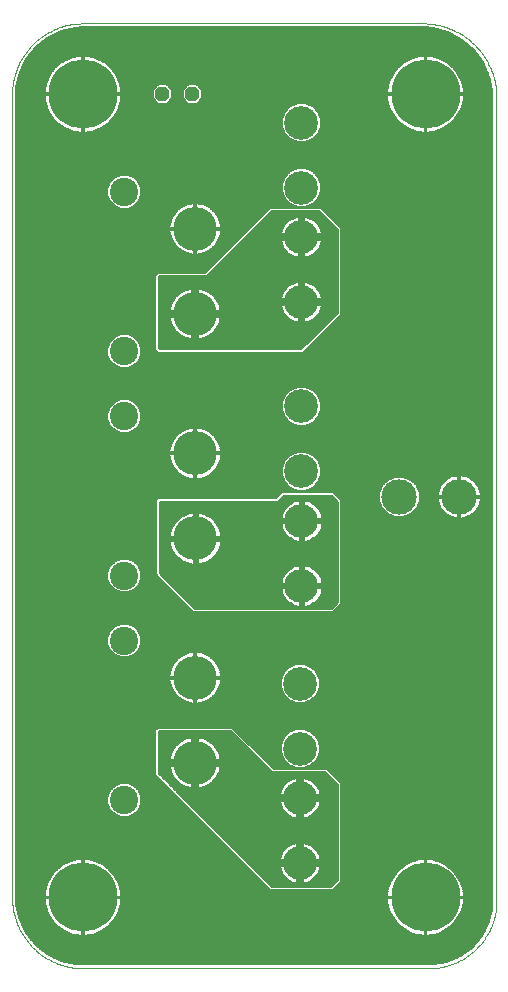
<source format=gbl>
G75*
%MOIN*%
%OFA0B0*%
%FSLAX25Y25*%
%IPPOS*%
%LPD*%
%AMOC8*
5,1,8,0,0,1.08239X$1,22.5*
%
%ADD10C,0.00000*%
%ADD11OC8,0.04800*%
%ADD12C,0.11220*%
%ADD13C,0.23000*%
%ADD14C,0.11811*%
%ADD15C,0.09449*%
%ADD16C,0.14630*%
%ADD17C,0.01000*%
%ADD18C,0.01200*%
%ADD19C,0.00600*%
%ADD20C,0.02578*%
D10*
X0001500Y0025122D02*
X0001500Y0292839D01*
X0001507Y0293410D01*
X0001528Y0293980D01*
X0001562Y0294550D01*
X0001610Y0295119D01*
X0001672Y0295686D01*
X0001748Y0296252D01*
X0001837Y0296816D01*
X0001940Y0297377D01*
X0002057Y0297936D01*
X0002186Y0298492D01*
X0002330Y0299045D01*
X0002486Y0299594D01*
X0002656Y0300139D01*
X0002839Y0300679D01*
X0003035Y0301215D01*
X0003244Y0301747D01*
X0003466Y0302273D01*
X0003700Y0302793D01*
X0003947Y0303308D01*
X0004206Y0303817D01*
X0004477Y0304319D01*
X0004761Y0304814D01*
X0005056Y0305303D01*
X0005363Y0305784D01*
X0005681Y0306258D01*
X0006011Y0306724D01*
X0006352Y0307181D01*
X0006705Y0307631D01*
X0007067Y0308071D01*
X0007441Y0308503D01*
X0007824Y0308926D01*
X0008218Y0309339D01*
X0008622Y0309743D01*
X0009035Y0310137D01*
X0009458Y0310520D01*
X0009890Y0310894D01*
X0010330Y0311256D01*
X0010780Y0311609D01*
X0011237Y0311950D01*
X0011703Y0312280D01*
X0012177Y0312598D01*
X0012658Y0312905D01*
X0013147Y0313200D01*
X0013642Y0313484D01*
X0014144Y0313755D01*
X0014653Y0314014D01*
X0015168Y0314261D01*
X0015688Y0314495D01*
X0016214Y0314717D01*
X0016746Y0314926D01*
X0017282Y0315122D01*
X0017822Y0315305D01*
X0018367Y0315475D01*
X0018916Y0315631D01*
X0019469Y0315775D01*
X0020025Y0315904D01*
X0020584Y0316021D01*
X0021145Y0316124D01*
X0021709Y0316213D01*
X0022275Y0316289D01*
X0022842Y0316351D01*
X0023411Y0316399D01*
X0023981Y0316433D01*
X0024551Y0316454D01*
X0025122Y0316461D01*
X0139295Y0316461D01*
X0139295Y0316460D02*
X0139890Y0316429D01*
X0140483Y0316384D01*
X0141075Y0316324D01*
X0141666Y0316250D01*
X0142254Y0316162D01*
X0142840Y0316060D01*
X0143424Y0315943D01*
X0144004Y0315813D01*
X0144582Y0315668D01*
X0145155Y0315510D01*
X0145725Y0315337D01*
X0146290Y0315151D01*
X0146851Y0314952D01*
X0147406Y0314739D01*
X0147957Y0314512D01*
X0148502Y0314273D01*
X0149040Y0314020D01*
X0149573Y0313754D01*
X0150099Y0313476D01*
X0150618Y0313184D01*
X0151129Y0312881D01*
X0151634Y0312565D01*
X0152130Y0312237D01*
X0152619Y0311897D01*
X0153099Y0311545D01*
X0153571Y0311182D01*
X0154033Y0310808D01*
X0154487Y0310423D01*
X0154930Y0310026D01*
X0155365Y0309619D01*
X0155789Y0309202D01*
X0156203Y0308775D01*
X0156607Y0308337D01*
X0157000Y0307891D01*
X0157382Y0307434D01*
X0157753Y0306969D01*
X0158112Y0306495D01*
X0158460Y0306012D01*
X0158796Y0305521D01*
X0159121Y0305022D01*
X0159433Y0304515D01*
X0159733Y0304001D01*
X0160020Y0303480D01*
X0160294Y0302952D01*
X0160556Y0302418D01*
X0160805Y0301877D01*
X0161041Y0301331D01*
X0161263Y0300779D01*
X0161472Y0300221D01*
X0161667Y0299659D01*
X0161849Y0299093D01*
X0162017Y0298522D01*
X0162171Y0297947D01*
X0162312Y0297369D01*
X0162438Y0296787D01*
X0162550Y0296203D01*
X0162648Y0295616D01*
X0162732Y0295026D01*
X0162801Y0294435D01*
X0162857Y0293843D01*
X0162897Y0293249D01*
X0162924Y0292655D01*
X0162936Y0292060D01*
X0162934Y0291465D01*
X0162917Y0290870D01*
X0162917Y0023154D01*
X0162918Y0023154D02*
X0162887Y0022607D01*
X0162844Y0022061D01*
X0162787Y0021517D01*
X0162717Y0020974D01*
X0162634Y0020432D01*
X0162538Y0019893D01*
X0162429Y0019357D01*
X0162307Y0018823D01*
X0162172Y0018292D01*
X0162024Y0017765D01*
X0161864Y0017241D01*
X0161691Y0016722D01*
X0161506Y0016207D01*
X0161308Y0015696D01*
X0161098Y0015190D01*
X0160875Y0014690D01*
X0160641Y0014195D01*
X0160395Y0013706D01*
X0160137Y0013223D01*
X0159867Y0012746D01*
X0159586Y0012276D01*
X0159294Y0011813D01*
X0158991Y0011357D01*
X0158676Y0010909D01*
X0158351Y0010468D01*
X0158016Y0010036D01*
X0157670Y0009611D01*
X0157314Y0009195D01*
X0156948Y0008788D01*
X0156572Y0008390D01*
X0156187Y0008001D01*
X0155792Y0007621D01*
X0155388Y0007251D01*
X0154976Y0006891D01*
X0154555Y0006541D01*
X0154125Y0006201D01*
X0153688Y0005872D01*
X0153243Y0005553D01*
X0152790Y0005245D01*
X0152330Y0004948D01*
X0151862Y0004663D01*
X0151388Y0004389D01*
X0150908Y0004126D01*
X0150421Y0003875D01*
X0149929Y0003636D01*
X0149430Y0003409D01*
X0148927Y0003194D01*
X0148418Y0002991D01*
X0147905Y0002800D01*
X0147387Y0002622D01*
X0146865Y0002457D01*
X0146339Y0002304D01*
X0145810Y0002164D01*
X0145277Y0002037D01*
X0144742Y0001923D01*
X0144204Y0001821D01*
X0143663Y0001733D01*
X0143121Y0001658D01*
X0142577Y0001596D01*
X0142032Y0001547D01*
X0141485Y0001511D01*
X0140938Y0001489D01*
X0140391Y0001479D01*
X0139843Y0001483D01*
X0139296Y0001500D01*
X0139295Y0001500D02*
X0025122Y0001500D01*
X0024551Y0001507D01*
X0023981Y0001528D01*
X0023411Y0001562D01*
X0022842Y0001610D01*
X0022275Y0001672D01*
X0021709Y0001748D01*
X0021145Y0001837D01*
X0020584Y0001940D01*
X0020025Y0002057D01*
X0019469Y0002186D01*
X0018916Y0002330D01*
X0018367Y0002486D01*
X0017822Y0002656D01*
X0017282Y0002839D01*
X0016746Y0003035D01*
X0016214Y0003244D01*
X0015688Y0003466D01*
X0015168Y0003700D01*
X0014653Y0003947D01*
X0014144Y0004206D01*
X0013642Y0004477D01*
X0013147Y0004761D01*
X0012658Y0005056D01*
X0012177Y0005363D01*
X0011703Y0005681D01*
X0011237Y0006011D01*
X0010780Y0006352D01*
X0010330Y0006705D01*
X0009890Y0007067D01*
X0009458Y0007441D01*
X0009035Y0007824D01*
X0008622Y0008218D01*
X0008218Y0008622D01*
X0007824Y0009035D01*
X0007441Y0009458D01*
X0007067Y0009890D01*
X0006705Y0010330D01*
X0006352Y0010780D01*
X0006011Y0011237D01*
X0005681Y0011703D01*
X0005363Y0012177D01*
X0005056Y0012658D01*
X0004761Y0013147D01*
X0004477Y0013642D01*
X0004206Y0014144D01*
X0003947Y0014653D01*
X0003700Y0015168D01*
X0003466Y0015688D01*
X0003244Y0016214D01*
X0003035Y0016746D01*
X0002839Y0017282D01*
X0002656Y0017822D01*
X0002486Y0018367D01*
X0002330Y0018916D01*
X0002186Y0019469D01*
X0002057Y0020025D01*
X0001940Y0020584D01*
X0001837Y0021145D01*
X0001748Y0021709D01*
X0001672Y0022275D01*
X0001610Y0022842D01*
X0001562Y0023411D01*
X0001528Y0023981D01*
X0001507Y0024551D01*
X0001500Y0025122D01*
D11*
X0051618Y0292839D03*
X0061618Y0292839D03*
D12*
X0097957Y0283390D03*
X0097957Y0261736D03*
X0097957Y0245201D03*
X0097957Y0223547D03*
X0097957Y0188902D03*
X0097957Y0167248D03*
X0097957Y0150713D03*
X0097957Y0129059D03*
X0097524Y0096421D03*
X0097524Y0074768D03*
X0097524Y0058232D03*
X0097524Y0036579D03*
D13*
X0139295Y0025122D03*
X0025122Y0025122D03*
X0025122Y0292839D03*
X0139295Y0292839D03*
D14*
X0130555Y0158626D03*
X0150555Y0158626D03*
D15*
X0038902Y0132406D03*
X0038902Y0110752D03*
X0038902Y0057602D03*
X0038902Y0185555D03*
X0038902Y0207209D03*
X0038902Y0260358D03*
D16*
X0062524Y0247957D03*
X0062524Y0219610D03*
X0062524Y0173154D03*
X0062524Y0144807D03*
X0062524Y0098350D03*
X0062524Y0070004D03*
D17*
X0062524Y0121579D02*
X0050713Y0133390D01*
X0050713Y0157012D01*
X0090083Y0157012D01*
X0092051Y0158980D01*
X0107799Y0158980D01*
X0109768Y0157012D01*
X0109768Y0123547D01*
X0107799Y0121579D01*
X0062524Y0121579D01*
X0061782Y0122320D02*
X0095647Y0122320D01*
X0095666Y0122312D02*
X0096567Y0122070D01*
X0097457Y0121953D01*
X0097457Y0128559D01*
X0098457Y0128559D01*
X0098457Y0129559D01*
X0105062Y0129559D01*
X0104945Y0130449D01*
X0104704Y0131349D01*
X0104347Y0132211D01*
X0103881Y0133018D01*
X0103314Y0133757D01*
X0102655Y0134416D01*
X0101915Y0134984D01*
X0101108Y0135450D01*
X0100247Y0135806D01*
X0099347Y0136048D01*
X0098457Y0136165D01*
X0098457Y0129559D01*
X0097457Y0129559D01*
X0097457Y0136165D01*
X0096567Y0136048D01*
X0095666Y0135806D01*
X0094805Y0135450D01*
X0093998Y0134984D01*
X0093259Y0134416D01*
X0092599Y0133757D01*
X0092032Y0133018D01*
X0091566Y0132211D01*
X0091209Y0131349D01*
X0090968Y0130449D01*
X0090851Y0129559D01*
X0097457Y0129559D01*
X0097457Y0128559D01*
X0090851Y0128559D01*
X0090968Y0127669D01*
X0091209Y0126769D01*
X0091566Y0125908D01*
X0092032Y0125100D01*
X0092599Y0124361D01*
X0093259Y0123702D01*
X0093998Y0123134D01*
X0094805Y0122668D01*
X0095666Y0122312D01*
X0097457Y0122320D02*
X0098457Y0122320D01*
X0098457Y0121953D02*
X0099347Y0122070D01*
X0100247Y0122312D01*
X0101108Y0122668D01*
X0101915Y0123134D01*
X0102655Y0123702D01*
X0103314Y0124361D01*
X0103881Y0125100D01*
X0104347Y0125908D01*
X0104704Y0126769D01*
X0104945Y0127669D01*
X0105062Y0128559D01*
X0098457Y0128559D01*
X0098457Y0121953D01*
X0098457Y0123318D02*
X0097457Y0123318D01*
X0097457Y0124317D02*
X0098457Y0124317D01*
X0098457Y0125315D02*
X0097457Y0125315D01*
X0097457Y0126314D02*
X0098457Y0126314D01*
X0098457Y0127312D02*
X0097457Y0127312D01*
X0097457Y0128311D02*
X0098457Y0128311D01*
X0098457Y0129309D02*
X0109768Y0129309D01*
X0109768Y0128311D02*
X0105030Y0128311D01*
X0104850Y0127312D02*
X0109768Y0127312D01*
X0109768Y0126314D02*
X0104516Y0126314D01*
X0104005Y0125315D02*
X0109768Y0125315D01*
X0109768Y0124317D02*
X0103270Y0124317D01*
X0102155Y0123318D02*
X0109539Y0123318D01*
X0108540Y0122320D02*
X0100267Y0122320D01*
X0097457Y0129309D02*
X0054793Y0129309D01*
X0055791Y0128311D02*
X0090884Y0128311D01*
X0091064Y0127312D02*
X0056790Y0127312D01*
X0057788Y0126314D02*
X0091398Y0126314D01*
X0091908Y0125315D02*
X0058787Y0125315D01*
X0059785Y0124317D02*
X0092643Y0124317D01*
X0093758Y0123318D02*
X0060784Y0123318D01*
X0053794Y0130308D02*
X0090950Y0130308D01*
X0091198Y0131306D02*
X0052796Y0131306D01*
X0051797Y0132305D02*
X0091621Y0132305D01*
X0092251Y0133303D02*
X0050799Y0133303D01*
X0050713Y0134302D02*
X0093144Y0134302D01*
X0094547Y0135301D02*
X0050713Y0135301D01*
X0050713Y0136299D02*
X0060218Y0136299D01*
X0059684Y0136442D02*
X0060800Y0136143D01*
X0061946Y0135992D01*
X0062024Y0135992D01*
X0062024Y0144307D01*
X0063024Y0144307D01*
X0063024Y0145307D01*
X0071339Y0145307D01*
X0071339Y0145385D01*
X0071188Y0146530D01*
X0070889Y0147647D01*
X0070446Y0148714D01*
X0069869Y0149715D01*
X0069165Y0150632D01*
X0068348Y0151449D01*
X0067431Y0152152D01*
X0066431Y0152730D01*
X0065363Y0153172D01*
X0064247Y0153471D01*
X0063101Y0153622D01*
X0063024Y0153622D01*
X0063024Y0145307D01*
X0062024Y0145307D01*
X0062024Y0153622D01*
X0061946Y0153622D01*
X0060800Y0153471D01*
X0059684Y0153172D01*
X0058616Y0152730D01*
X0057616Y0152152D01*
X0056699Y0151449D01*
X0055882Y0150632D01*
X0055179Y0149715D01*
X0054601Y0148714D01*
X0054159Y0147647D01*
X0053859Y0146530D01*
X0053709Y0145385D01*
X0053709Y0145307D01*
X0062024Y0145307D01*
X0062024Y0144307D01*
X0053709Y0144307D01*
X0053709Y0144229D01*
X0053859Y0143084D01*
X0054159Y0141968D01*
X0054601Y0140900D01*
X0055179Y0139899D01*
X0055882Y0138983D01*
X0056699Y0138165D01*
X0057616Y0137462D01*
X0058616Y0136884D01*
X0059684Y0136442D01*
X0057901Y0137298D02*
X0050713Y0137298D01*
X0050713Y0138296D02*
X0056568Y0138296D01*
X0055643Y0139295D02*
X0050713Y0139295D01*
X0050713Y0140293D02*
X0054951Y0140293D01*
X0054439Y0141292D02*
X0050713Y0141292D01*
X0050713Y0142290D02*
X0054072Y0142290D01*
X0053833Y0143289D02*
X0050713Y0143289D01*
X0050713Y0144287D02*
X0053709Y0144287D01*
X0053827Y0146284D02*
X0050713Y0146284D01*
X0050713Y0145286D02*
X0062024Y0145286D01*
X0062024Y0146284D02*
X0063024Y0146284D01*
X0063024Y0145286D02*
X0093349Y0145286D01*
X0093259Y0145355D02*
X0093998Y0144788D01*
X0094805Y0144322D01*
X0095666Y0143965D01*
X0096567Y0143724D01*
X0097457Y0143607D01*
X0097457Y0150213D01*
X0090851Y0150213D01*
X0090968Y0149322D01*
X0091209Y0148422D01*
X0091566Y0147561D01*
X0092032Y0146754D01*
X0092599Y0146014D01*
X0093259Y0145355D01*
X0092392Y0146284D02*
X0071220Y0146284D01*
X0070986Y0147283D02*
X0091727Y0147283D01*
X0091268Y0148281D02*
X0070626Y0148281D01*
X0070120Y0149280D02*
X0090980Y0149280D01*
X0090851Y0151213D02*
X0097457Y0151213D01*
X0097457Y0157818D01*
X0096567Y0157701D01*
X0095666Y0157460D01*
X0094805Y0157103D01*
X0093998Y0156637D01*
X0093259Y0156070D01*
X0092599Y0155411D01*
X0092032Y0154671D01*
X0091566Y0153864D01*
X0091209Y0153003D01*
X0090968Y0152103D01*
X0090851Y0151213D01*
X0090859Y0151277D02*
X0068520Y0151277D01*
X0069437Y0150278D02*
X0097457Y0150278D01*
X0097457Y0150213D02*
X0097457Y0151213D01*
X0098457Y0151213D01*
X0098457Y0157818D01*
X0099347Y0157701D01*
X0100247Y0157460D01*
X0101108Y0157103D01*
X0101915Y0156637D01*
X0102655Y0156070D01*
X0103314Y0155411D01*
X0103881Y0154671D01*
X0104347Y0153864D01*
X0104704Y0153003D01*
X0104945Y0152103D01*
X0105062Y0151213D01*
X0098457Y0151213D01*
X0098457Y0150213D01*
X0105062Y0150213D01*
X0104945Y0149322D01*
X0104704Y0148422D01*
X0104347Y0147561D01*
X0103881Y0146754D01*
X0103314Y0146014D01*
X0102655Y0145355D01*
X0101915Y0144788D01*
X0101108Y0144322D01*
X0100247Y0143965D01*
X0099347Y0143724D01*
X0098457Y0143607D01*
X0098457Y0150213D01*
X0097457Y0150213D01*
X0097457Y0149280D02*
X0098457Y0149280D01*
X0098457Y0150278D02*
X0109768Y0150278D01*
X0109768Y0149280D02*
X0104934Y0149280D01*
X0104646Y0148281D02*
X0109768Y0148281D01*
X0109768Y0147283D02*
X0104187Y0147283D01*
X0103521Y0146284D02*
X0109768Y0146284D01*
X0109768Y0145286D02*
X0102564Y0145286D01*
X0101024Y0144287D02*
X0109768Y0144287D01*
X0109768Y0143289D02*
X0071215Y0143289D01*
X0071188Y0143084D02*
X0071339Y0144229D01*
X0071339Y0144307D01*
X0063024Y0144307D01*
X0063024Y0135992D01*
X0063101Y0135992D01*
X0064247Y0136143D01*
X0065363Y0136442D01*
X0066431Y0136884D01*
X0067431Y0137462D01*
X0068348Y0138165D01*
X0069165Y0138983D01*
X0069869Y0139899D01*
X0070446Y0140900D01*
X0070889Y0141968D01*
X0071188Y0143084D01*
X0070975Y0142290D02*
X0109768Y0142290D01*
X0109768Y0141292D02*
X0070609Y0141292D01*
X0070096Y0140293D02*
X0109768Y0140293D01*
X0109768Y0139295D02*
X0069405Y0139295D01*
X0068479Y0138296D02*
X0109768Y0138296D01*
X0109768Y0137298D02*
X0067147Y0137298D01*
X0064830Y0136299D02*
X0109768Y0136299D01*
X0109768Y0135301D02*
X0101367Y0135301D01*
X0102769Y0134302D02*
X0109768Y0134302D01*
X0109768Y0133303D02*
X0103662Y0133303D01*
X0104293Y0132305D02*
X0109768Y0132305D01*
X0109768Y0131306D02*
X0104716Y0131306D01*
X0104964Y0130308D02*
X0109768Y0130308D01*
X0098457Y0130308D02*
X0097457Y0130308D01*
X0097457Y0131306D02*
X0098457Y0131306D01*
X0098457Y0132305D02*
X0097457Y0132305D01*
X0097457Y0133303D02*
X0098457Y0133303D01*
X0098457Y0134302D02*
X0097457Y0134302D01*
X0097457Y0135301D02*
X0098457Y0135301D01*
X0098457Y0144287D02*
X0097457Y0144287D01*
X0097457Y0145286D02*
X0098457Y0145286D01*
X0098457Y0146284D02*
X0097457Y0146284D01*
X0097457Y0147283D02*
X0098457Y0147283D01*
X0098457Y0148281D02*
X0097457Y0148281D01*
X0097457Y0151277D02*
X0098457Y0151277D01*
X0098457Y0152275D02*
X0097457Y0152275D01*
X0097457Y0153274D02*
X0098457Y0153274D01*
X0098457Y0154272D02*
X0097457Y0154272D01*
X0097457Y0155271D02*
X0098457Y0155271D01*
X0098457Y0156269D02*
X0097457Y0156269D01*
X0097457Y0157268D02*
X0098457Y0157268D01*
X0100711Y0157268D02*
X0109512Y0157268D01*
X0109768Y0156269D02*
X0102395Y0156269D01*
X0103421Y0155271D02*
X0109768Y0155271D01*
X0109768Y0154272D02*
X0104112Y0154272D01*
X0104592Y0153274D02*
X0109768Y0153274D01*
X0109768Y0152275D02*
X0104899Y0152275D01*
X0105054Y0151277D02*
X0109768Y0151277D01*
X0108513Y0158266D02*
X0091337Y0158266D01*
X0090339Y0157268D02*
X0095202Y0157268D01*
X0093518Y0156269D02*
X0050713Y0156269D01*
X0050713Y0155271D02*
X0092492Y0155271D01*
X0091802Y0154272D02*
X0050713Y0154272D01*
X0050713Y0153274D02*
X0060063Y0153274D01*
X0062024Y0153274D02*
X0063024Y0153274D01*
X0063024Y0152275D02*
X0062024Y0152275D01*
X0062024Y0151277D02*
X0063024Y0151277D01*
X0063024Y0150278D02*
X0062024Y0150278D01*
X0062024Y0149280D02*
X0063024Y0149280D01*
X0063024Y0148281D02*
X0062024Y0148281D01*
X0062024Y0147283D02*
X0063024Y0147283D01*
X0063024Y0144287D02*
X0062024Y0144287D01*
X0062024Y0143289D02*
X0063024Y0143289D01*
X0063024Y0142290D02*
X0062024Y0142290D01*
X0062024Y0141292D02*
X0063024Y0141292D01*
X0063024Y0140293D02*
X0062024Y0140293D01*
X0062024Y0139295D02*
X0063024Y0139295D01*
X0063024Y0138296D02*
X0062024Y0138296D01*
X0062024Y0137298D02*
X0063024Y0137298D01*
X0063024Y0136299D02*
X0062024Y0136299D01*
X0054927Y0149280D02*
X0050713Y0149280D01*
X0050713Y0150278D02*
X0055611Y0150278D01*
X0056527Y0151277D02*
X0050713Y0151277D01*
X0050713Y0152275D02*
X0057829Y0152275D01*
X0054421Y0148281D02*
X0050713Y0148281D01*
X0050713Y0147283D02*
X0054061Y0147283D01*
X0064984Y0153274D02*
X0091321Y0153274D01*
X0091014Y0152275D02*
X0067218Y0152275D01*
X0071339Y0144287D02*
X0094889Y0144287D01*
D18*
X0097957Y0208193D02*
X0050713Y0208193D01*
X0050713Y0231815D01*
X0066461Y0231815D01*
X0088114Y0253469D01*
X0103862Y0253469D01*
X0109768Y0247563D01*
X0109768Y0220004D01*
X0097957Y0208193D01*
X0098606Y0208842D02*
X0050713Y0208842D01*
X0050713Y0210041D02*
X0099805Y0210041D01*
X0101003Y0211239D02*
X0065611Y0211239D01*
X0065395Y0211150D02*
X0066475Y0211597D01*
X0067487Y0212182D01*
X0068414Y0212893D01*
X0069241Y0213720D01*
X0069952Y0214647D01*
X0070536Y0215659D01*
X0070984Y0216738D01*
X0071286Y0217867D01*
X0071437Y0219010D01*
X0063124Y0219010D01*
X0063124Y0220210D01*
X0071437Y0220210D01*
X0071286Y0221353D01*
X0070984Y0222482D01*
X0070536Y0223562D01*
X0069952Y0224574D01*
X0069241Y0225501D01*
X0068414Y0226327D01*
X0067487Y0227039D01*
X0066475Y0227623D01*
X0065395Y0228070D01*
X0064267Y0228373D01*
X0063124Y0228523D01*
X0063124Y0220210D01*
X0061924Y0220210D01*
X0061924Y0228523D01*
X0060781Y0228373D01*
X0059652Y0228070D01*
X0058572Y0227623D01*
X0057560Y0227039D01*
X0056633Y0226327D01*
X0055807Y0225501D01*
X0055095Y0224574D01*
X0054511Y0223562D01*
X0054064Y0222482D01*
X0053761Y0221353D01*
X0053611Y0220210D01*
X0061924Y0220210D01*
X0061924Y0219010D01*
X0063124Y0219010D01*
X0063124Y0210697D01*
X0064267Y0210848D01*
X0065395Y0211150D01*
X0067821Y0212438D02*
X0102202Y0212438D01*
X0103400Y0213637D02*
X0069158Y0213637D01*
X0070061Y0214835D02*
X0104599Y0214835D01*
X0105797Y0216034D02*
X0070692Y0216034D01*
X0071116Y0217232D02*
X0094474Y0217232D01*
X0094761Y0217067D02*
X0095634Y0216705D01*
X0096547Y0216460D01*
X0097357Y0216354D01*
X0097357Y0222947D01*
X0098557Y0222947D01*
X0098557Y0224147D01*
X0105150Y0224147D01*
X0105044Y0224957D01*
X0104799Y0225870D01*
X0104437Y0226743D01*
X0103965Y0227562D01*
X0103389Y0228311D01*
X0102721Y0228980D01*
X0101971Y0229555D01*
X0101153Y0230028D01*
X0100279Y0230389D01*
X0099366Y0230634D01*
X0098557Y0230741D01*
X0098557Y0224147D01*
X0097357Y0224147D01*
X0097357Y0222947D01*
X0090763Y0222947D01*
X0090870Y0222138D01*
X0091114Y0221225D01*
X0091476Y0220351D01*
X0091949Y0219533D01*
X0092524Y0218783D01*
X0093192Y0218115D01*
X0093942Y0217539D01*
X0094761Y0217067D01*
X0092877Y0218431D02*
X0071360Y0218431D01*
X0071355Y0220828D02*
X0091279Y0220828D01*
X0090900Y0222026D02*
X0071106Y0222026D01*
X0070676Y0223225D02*
X0097357Y0223225D01*
X0097357Y0224147D02*
X0090763Y0224147D01*
X0090870Y0224957D01*
X0091114Y0225870D01*
X0091476Y0226743D01*
X0091949Y0227562D01*
X0092524Y0228311D01*
X0093192Y0228980D01*
X0093942Y0229555D01*
X0094761Y0230028D01*
X0095634Y0230389D01*
X0096547Y0230634D01*
X0097357Y0230741D01*
X0097357Y0224147D01*
X0097357Y0224423D02*
X0098557Y0224423D01*
X0098557Y0223225D02*
X0109768Y0223225D01*
X0109768Y0224423D02*
X0105114Y0224423D01*
X0104865Y0225622D02*
X0109768Y0225622D01*
X0109768Y0226820D02*
X0104393Y0226820D01*
X0103614Y0228019D02*
X0109768Y0228019D01*
X0109768Y0229217D02*
X0102412Y0229217D01*
X0100182Y0230416D02*
X0109768Y0230416D01*
X0109768Y0231614D02*
X0050713Y0231614D01*
X0050713Y0230416D02*
X0095732Y0230416D01*
X0097357Y0230416D02*
X0098557Y0230416D01*
X0098557Y0229217D02*
X0097357Y0229217D01*
X0097357Y0228019D02*
X0098557Y0228019D01*
X0098557Y0226820D02*
X0097357Y0226820D01*
X0097357Y0225622D02*
X0098557Y0225622D01*
X0098557Y0222947D02*
X0105150Y0222947D01*
X0105044Y0222138D01*
X0104799Y0221225D01*
X0104437Y0220351D01*
X0103965Y0219533D01*
X0103389Y0218783D01*
X0102721Y0218115D01*
X0101971Y0217539D01*
X0101153Y0217067D01*
X0100279Y0216705D01*
X0099366Y0216460D01*
X0098557Y0216354D01*
X0098557Y0222947D01*
X0098557Y0222026D02*
X0097357Y0222026D01*
X0097357Y0220828D02*
X0098557Y0220828D01*
X0098557Y0219629D02*
X0097357Y0219629D01*
X0097357Y0218431D02*
X0098557Y0218431D01*
X0098557Y0217232D02*
X0097357Y0217232D01*
X0101439Y0217232D02*
X0106996Y0217232D01*
X0108194Y0218431D02*
X0103037Y0218431D01*
X0104020Y0219629D02*
X0109393Y0219629D01*
X0109768Y0220828D02*
X0104634Y0220828D01*
X0105014Y0222026D02*
X0109768Y0222026D01*
X0109768Y0232813D02*
X0067458Y0232813D01*
X0068657Y0234011D02*
X0109768Y0234011D01*
X0109768Y0235210D02*
X0069855Y0235210D01*
X0071054Y0236408D02*
X0109768Y0236408D01*
X0109768Y0237607D02*
X0072252Y0237607D01*
X0073451Y0238805D02*
X0094614Y0238805D01*
X0094761Y0238720D02*
X0095634Y0238359D01*
X0096547Y0238114D01*
X0097357Y0238007D01*
X0097357Y0244601D01*
X0098557Y0244601D01*
X0098557Y0245801D01*
X0105150Y0245801D01*
X0105044Y0246610D01*
X0104799Y0247523D01*
X0104437Y0248397D01*
X0103965Y0249215D01*
X0103389Y0249965D01*
X0102721Y0250633D01*
X0101971Y0251209D01*
X0101153Y0251681D01*
X0100279Y0252043D01*
X0099366Y0252288D01*
X0098557Y0252394D01*
X0098557Y0245801D01*
X0097357Y0245801D01*
X0097357Y0252394D01*
X0096547Y0252288D01*
X0095634Y0252043D01*
X0094761Y0251681D01*
X0093942Y0251209D01*
X0093192Y0250633D01*
X0092524Y0249965D01*
X0091949Y0249215D01*
X0091476Y0248397D01*
X0091114Y0247523D01*
X0090870Y0246610D01*
X0090763Y0245801D01*
X0097357Y0245801D01*
X0097357Y0244601D01*
X0090763Y0244601D01*
X0090870Y0243791D01*
X0091114Y0242878D01*
X0091476Y0242005D01*
X0091949Y0241186D01*
X0092524Y0240437D01*
X0093192Y0239768D01*
X0093942Y0239193D01*
X0094761Y0238720D01*
X0092957Y0240004D02*
X0074649Y0240004D01*
X0075848Y0241202D02*
X0091940Y0241202D01*
X0091312Y0242401D02*
X0077046Y0242401D01*
X0078245Y0243599D02*
X0090921Y0243599D01*
X0090789Y0245996D02*
X0080642Y0245996D01*
X0079443Y0244798D02*
X0097357Y0244798D01*
X0097357Y0245996D02*
X0098557Y0245996D01*
X0098557Y0244798D02*
X0109768Y0244798D01*
X0109768Y0245996D02*
X0105124Y0245996D01*
X0104887Y0247195D02*
X0109768Y0247195D01*
X0108937Y0248393D02*
X0104439Y0248393D01*
X0103676Y0249592D02*
X0107739Y0249592D01*
X0106540Y0250790D02*
X0102516Y0250790D01*
X0100410Y0251989D02*
X0105342Y0251989D01*
X0104143Y0253187D02*
X0087833Y0253187D01*
X0086635Y0251989D02*
X0095503Y0251989D01*
X0097357Y0251989D02*
X0098557Y0251989D01*
X0098557Y0250790D02*
X0097357Y0250790D01*
X0097357Y0249592D02*
X0098557Y0249592D01*
X0098557Y0248393D02*
X0097357Y0248393D01*
X0097357Y0247195D02*
X0098557Y0247195D01*
X0098557Y0244601D02*
X0105150Y0244601D01*
X0105044Y0243791D01*
X0104799Y0242878D01*
X0104437Y0242005D01*
X0103965Y0241186D01*
X0103389Y0240437D01*
X0102721Y0239768D01*
X0101971Y0239193D01*
X0101153Y0238720D01*
X0100279Y0238359D01*
X0099366Y0238114D01*
X0098557Y0238007D01*
X0098557Y0244601D01*
X0098557Y0243599D02*
X0097357Y0243599D01*
X0097357Y0242401D02*
X0098557Y0242401D01*
X0098557Y0241202D02*
X0097357Y0241202D01*
X0097357Y0240004D02*
X0098557Y0240004D01*
X0098557Y0238805D02*
X0097357Y0238805D01*
X0101300Y0238805D02*
X0109768Y0238805D01*
X0109768Y0240004D02*
X0102956Y0240004D01*
X0103974Y0241202D02*
X0109768Y0241202D01*
X0109768Y0242401D02*
X0104601Y0242401D01*
X0104992Y0243599D02*
X0109768Y0243599D01*
X0093397Y0250790D02*
X0085436Y0250790D01*
X0084238Y0249592D02*
X0092238Y0249592D01*
X0091475Y0248393D02*
X0083039Y0248393D01*
X0081840Y0247195D02*
X0091026Y0247195D01*
X0093502Y0229217D02*
X0050713Y0229217D01*
X0050713Y0228019D02*
X0059527Y0228019D01*
X0057275Y0226820D02*
X0050713Y0226820D01*
X0050713Y0225622D02*
X0055927Y0225622D01*
X0055008Y0224423D02*
X0050713Y0224423D01*
X0050713Y0223225D02*
X0054371Y0223225D01*
X0053942Y0222026D02*
X0050713Y0222026D01*
X0050713Y0220828D02*
X0053692Y0220828D01*
X0053611Y0219010D02*
X0053761Y0217867D01*
X0054064Y0216738D01*
X0054511Y0215659D01*
X0055095Y0214647D01*
X0055807Y0213720D01*
X0056633Y0212893D01*
X0057560Y0212182D01*
X0058572Y0211597D01*
X0059652Y0211150D01*
X0060781Y0210848D01*
X0061924Y0210697D01*
X0061924Y0219010D01*
X0053611Y0219010D01*
X0053687Y0218431D02*
X0050713Y0218431D01*
X0050713Y0219629D02*
X0061924Y0219629D01*
X0061924Y0218431D02*
X0063124Y0218431D01*
X0063124Y0219629D02*
X0091893Y0219629D01*
X0090800Y0224423D02*
X0070039Y0224423D01*
X0069120Y0225622D02*
X0091048Y0225622D01*
X0091521Y0226820D02*
X0067772Y0226820D01*
X0065520Y0228019D02*
X0092299Y0228019D01*
X0063124Y0228019D02*
X0061924Y0228019D01*
X0061924Y0226820D02*
X0063124Y0226820D01*
X0063124Y0225622D02*
X0061924Y0225622D01*
X0061924Y0224423D02*
X0063124Y0224423D01*
X0063124Y0223225D02*
X0061924Y0223225D01*
X0061924Y0222026D02*
X0063124Y0222026D01*
X0063124Y0220828D02*
X0061924Y0220828D01*
X0061924Y0217232D02*
X0063124Y0217232D01*
X0063124Y0216034D02*
X0061924Y0216034D01*
X0061924Y0214835D02*
X0063124Y0214835D01*
X0063124Y0213637D02*
X0061924Y0213637D01*
X0061924Y0212438D02*
X0063124Y0212438D01*
X0063124Y0211239D02*
X0061924Y0211239D01*
X0059436Y0211239D02*
X0050713Y0211239D01*
X0050713Y0212438D02*
X0057226Y0212438D01*
X0055890Y0213637D02*
X0050713Y0213637D01*
X0050713Y0214835D02*
X0054986Y0214835D01*
X0054356Y0216034D02*
X0050713Y0216034D01*
X0050713Y0217232D02*
X0053931Y0217232D01*
X0050713Y0080240D02*
X0074335Y0080240D01*
X0088114Y0066461D01*
X0105831Y0066461D01*
X0109768Y0062524D01*
X0109768Y0031028D01*
X0107799Y0029059D01*
X0088114Y0029059D01*
X0050713Y0066461D01*
X0050713Y0080240D01*
X0050713Y0079403D02*
X0075172Y0079403D01*
X0076370Y0078205D02*
X0066021Y0078205D01*
X0066475Y0078017D02*
X0065395Y0078464D01*
X0064267Y0078766D01*
X0063124Y0078917D01*
X0063124Y0070604D01*
X0071437Y0070604D01*
X0071286Y0071747D01*
X0070984Y0072876D01*
X0070536Y0073955D01*
X0069952Y0074967D01*
X0069241Y0075895D01*
X0068414Y0076721D01*
X0067487Y0077432D01*
X0066475Y0078017D01*
X0068042Y0077006D02*
X0077569Y0077006D01*
X0078767Y0075808D02*
X0069307Y0075808D01*
X0070159Y0074609D02*
X0079966Y0074609D01*
X0081164Y0073411D02*
X0070762Y0073411D01*
X0071161Y0072212D02*
X0082363Y0072212D01*
X0083561Y0071014D02*
X0071383Y0071014D01*
X0071437Y0069404D02*
X0063124Y0069404D01*
X0063124Y0070604D01*
X0061924Y0070604D01*
X0061924Y0078917D01*
X0060781Y0078766D01*
X0059652Y0078464D01*
X0058572Y0078017D01*
X0057560Y0077432D01*
X0056633Y0076721D01*
X0055807Y0075895D01*
X0055095Y0074967D01*
X0054511Y0073955D01*
X0054064Y0072876D01*
X0053761Y0071747D01*
X0053611Y0070604D01*
X0061924Y0070604D01*
X0061924Y0069404D01*
X0063124Y0069404D01*
X0063124Y0061091D01*
X0064267Y0061242D01*
X0065395Y0061544D01*
X0066475Y0061991D01*
X0067487Y0062576D01*
X0068414Y0063287D01*
X0069241Y0064113D01*
X0069952Y0065040D01*
X0070536Y0066052D01*
X0070984Y0067132D01*
X0071286Y0068261D01*
X0071437Y0069404D01*
X0071333Y0068617D02*
X0085958Y0068617D01*
X0084760Y0069815D02*
X0063124Y0069815D01*
X0063124Y0068617D02*
X0061924Y0068617D01*
X0061924Y0069404D02*
X0061924Y0061091D01*
X0060781Y0061242D01*
X0059652Y0061544D01*
X0058572Y0061991D01*
X0057560Y0062576D01*
X0056633Y0063287D01*
X0055807Y0064113D01*
X0055095Y0065040D01*
X0054511Y0066052D01*
X0054064Y0067132D01*
X0053761Y0068261D01*
X0053611Y0069404D01*
X0061924Y0069404D01*
X0061924Y0069815D02*
X0050713Y0069815D01*
X0050713Y0068617D02*
X0053714Y0068617D01*
X0053987Y0067418D02*
X0050713Y0067418D01*
X0050954Y0066220D02*
X0054442Y0066220D01*
X0055110Y0065021D02*
X0052152Y0065021D01*
X0053351Y0063823D02*
X0056097Y0063823D01*
X0057497Y0062624D02*
X0054549Y0062624D01*
X0055748Y0061426D02*
X0060094Y0061426D01*
X0061924Y0061426D02*
X0063124Y0061426D01*
X0063124Y0062624D02*
X0061924Y0062624D01*
X0061924Y0063823D02*
X0063124Y0063823D01*
X0063124Y0065021D02*
X0061924Y0065021D01*
X0061924Y0066220D02*
X0063124Y0066220D01*
X0063124Y0067418D02*
X0061924Y0067418D01*
X0061924Y0071014D02*
X0063124Y0071014D01*
X0063124Y0072212D02*
X0061924Y0072212D01*
X0061924Y0073411D02*
X0063124Y0073411D01*
X0063124Y0074609D02*
X0061924Y0074609D01*
X0061924Y0075808D02*
X0063124Y0075808D01*
X0063124Y0077006D02*
X0061924Y0077006D01*
X0061924Y0078205D02*
X0063124Y0078205D01*
X0059026Y0078205D02*
X0050713Y0078205D01*
X0050713Y0077006D02*
X0057005Y0077006D01*
X0055740Y0075808D02*
X0050713Y0075808D01*
X0050713Y0074609D02*
X0054888Y0074609D01*
X0054285Y0073411D02*
X0050713Y0073411D01*
X0050713Y0072212D02*
X0053886Y0072212D01*
X0053665Y0071014D02*
X0050713Y0071014D01*
X0056946Y0060227D02*
X0090594Y0060227D01*
X0090681Y0060555D02*
X0090437Y0059642D01*
X0090330Y0058832D01*
X0096924Y0058832D01*
X0096924Y0057632D01*
X0098124Y0057632D01*
X0098124Y0058832D01*
X0104717Y0058832D01*
X0104610Y0059642D01*
X0104366Y0060555D01*
X0104004Y0061428D01*
X0103532Y0062247D01*
X0102956Y0062997D01*
X0102288Y0063665D01*
X0101538Y0064240D01*
X0100719Y0064713D01*
X0099846Y0065075D01*
X0098933Y0065319D01*
X0098124Y0065426D01*
X0098124Y0058832D01*
X0096924Y0058832D01*
X0096924Y0065426D01*
X0096114Y0065319D01*
X0095201Y0065075D01*
X0094328Y0064713D01*
X0093509Y0064240D01*
X0092759Y0063665D01*
X0092091Y0062997D01*
X0091516Y0062247D01*
X0091043Y0061428D01*
X0090681Y0060555D01*
X0091042Y0061426D02*
X0064953Y0061426D01*
X0067550Y0062624D02*
X0091805Y0062624D01*
X0092965Y0063823D02*
X0068950Y0063823D01*
X0069937Y0065021D02*
X0095072Y0065021D01*
X0096924Y0065021D02*
X0098124Y0065021D01*
X0098124Y0063823D02*
X0096924Y0063823D01*
X0096924Y0062624D02*
X0098124Y0062624D01*
X0098124Y0061426D02*
X0096924Y0061426D01*
X0096924Y0060227D02*
X0098124Y0060227D01*
X0098124Y0059029D02*
X0096924Y0059029D01*
X0096924Y0057830D02*
X0059343Y0057830D01*
X0058145Y0059029D02*
X0090356Y0059029D01*
X0090330Y0057632D02*
X0090437Y0056823D01*
X0090681Y0055910D01*
X0091043Y0055036D01*
X0091516Y0054218D01*
X0092091Y0053468D01*
X0092759Y0052800D01*
X0093509Y0052224D01*
X0094328Y0051752D01*
X0095201Y0051390D01*
X0096114Y0051145D01*
X0096924Y0051039D01*
X0096924Y0057632D01*
X0090330Y0057632D01*
X0090488Y0056632D02*
X0060542Y0056632D01*
X0061740Y0055433D02*
X0090879Y0055433D01*
X0091506Y0054234D02*
X0062939Y0054234D01*
X0064137Y0053036D02*
X0092523Y0053036D01*
X0094179Y0051837D02*
X0065336Y0051837D01*
X0066534Y0050639D02*
X0109768Y0050639D01*
X0109768Y0051837D02*
X0100868Y0051837D01*
X0100719Y0051752D02*
X0101538Y0052224D01*
X0102288Y0052800D01*
X0102956Y0053468D01*
X0103532Y0054218D01*
X0104004Y0055036D01*
X0104366Y0055910D01*
X0104610Y0056823D01*
X0104717Y0057632D01*
X0098124Y0057632D01*
X0098124Y0051039D01*
X0098933Y0051145D01*
X0099846Y0051390D01*
X0100719Y0051752D01*
X0102524Y0053036D02*
X0109768Y0053036D01*
X0109768Y0054234D02*
X0103541Y0054234D01*
X0104168Y0055433D02*
X0109768Y0055433D01*
X0109768Y0056632D02*
X0104559Y0056632D01*
X0104691Y0059029D02*
X0109768Y0059029D01*
X0109768Y0060227D02*
X0104454Y0060227D01*
X0104005Y0061426D02*
X0109768Y0061426D01*
X0109667Y0062624D02*
X0103242Y0062624D01*
X0102082Y0063823D02*
X0108469Y0063823D01*
X0107270Y0065021D02*
X0099975Y0065021D01*
X0098124Y0057830D02*
X0109768Y0057830D01*
X0106072Y0066220D02*
X0070606Y0066220D01*
X0071060Y0067418D02*
X0087157Y0067418D01*
X0096924Y0056632D02*
X0098124Y0056632D01*
X0098124Y0055433D02*
X0096924Y0055433D01*
X0096924Y0054234D02*
X0098124Y0054234D01*
X0098124Y0053036D02*
X0096924Y0053036D01*
X0096924Y0051837D02*
X0098124Y0051837D01*
X0098124Y0043772D02*
X0098124Y0037179D01*
X0104717Y0037179D01*
X0104610Y0037988D01*
X0104366Y0038901D01*
X0104004Y0039775D01*
X0103532Y0040593D01*
X0102956Y0041343D01*
X0102288Y0042011D01*
X0101538Y0042587D01*
X0100719Y0043059D01*
X0099846Y0043421D01*
X0098933Y0043666D01*
X0098124Y0043772D01*
X0098124Y0043448D02*
X0096924Y0043448D01*
X0096924Y0043772D02*
X0096114Y0043666D01*
X0095201Y0043421D01*
X0094328Y0043059D01*
X0093509Y0042587D01*
X0092759Y0042011D01*
X0092091Y0041343D01*
X0091516Y0040593D01*
X0091043Y0039775D01*
X0090681Y0038901D01*
X0090437Y0037988D01*
X0090330Y0037179D01*
X0096924Y0037179D01*
X0096924Y0043772D01*
X0096924Y0042249D02*
X0098124Y0042249D01*
X0098124Y0041051D02*
X0096924Y0041051D01*
X0096924Y0039852D02*
X0098124Y0039852D01*
X0098124Y0038654D02*
X0096924Y0038654D01*
X0096924Y0037455D02*
X0098124Y0037455D01*
X0098124Y0037179D02*
X0096924Y0037179D01*
X0096924Y0035979D01*
X0098124Y0035979D01*
X0098124Y0037179D01*
X0098124Y0036257D02*
X0109768Y0036257D01*
X0109768Y0037455D02*
X0104681Y0037455D01*
X0104432Y0038654D02*
X0109768Y0038654D01*
X0109768Y0039852D02*
X0103959Y0039852D01*
X0103180Y0041051D02*
X0109768Y0041051D01*
X0109768Y0042249D02*
X0101978Y0042249D01*
X0099746Y0043448D02*
X0109768Y0043448D01*
X0109768Y0044646D02*
X0072527Y0044646D01*
X0073725Y0043448D02*
X0095302Y0043448D01*
X0093070Y0042249D02*
X0074924Y0042249D01*
X0076122Y0041051D02*
X0091867Y0041051D01*
X0091088Y0039852D02*
X0077321Y0039852D01*
X0078519Y0038654D02*
X0090615Y0038654D01*
X0090367Y0037455D02*
X0079718Y0037455D01*
X0080916Y0036257D02*
X0096924Y0036257D01*
X0096924Y0035979D02*
X0090330Y0035979D01*
X0090437Y0035169D01*
X0090681Y0034256D01*
X0091043Y0033383D01*
X0091516Y0032564D01*
X0092091Y0031814D01*
X0092759Y0031146D01*
X0093509Y0030571D01*
X0094328Y0030098D01*
X0095201Y0029737D01*
X0096114Y0029492D01*
X0096924Y0029385D01*
X0096924Y0035979D01*
X0096924Y0035058D02*
X0098124Y0035058D01*
X0098124Y0035979D02*
X0098124Y0029385D01*
X0098933Y0029492D01*
X0099846Y0029737D01*
X0100719Y0030098D01*
X0101538Y0030571D01*
X0102288Y0031146D01*
X0102956Y0031814D01*
X0103532Y0032564D01*
X0104004Y0033383D01*
X0104366Y0034256D01*
X0104610Y0035169D01*
X0104717Y0035979D01*
X0098124Y0035979D01*
X0098124Y0033860D02*
X0096924Y0033860D01*
X0096924Y0032661D02*
X0098124Y0032661D01*
X0098124Y0031463D02*
X0096924Y0031463D01*
X0096924Y0030264D02*
X0098124Y0030264D01*
X0101007Y0030264D02*
X0109004Y0030264D01*
X0109768Y0031463D02*
X0102604Y0031463D01*
X0103588Y0032661D02*
X0109768Y0032661D01*
X0109768Y0033860D02*
X0104202Y0033860D01*
X0104581Y0035058D02*
X0109768Y0035058D01*
X0107806Y0029066D02*
X0088107Y0029066D01*
X0086909Y0030264D02*
X0094040Y0030264D01*
X0092443Y0031463D02*
X0085710Y0031463D01*
X0084512Y0032661D02*
X0091460Y0032661D01*
X0090846Y0033860D02*
X0083313Y0033860D01*
X0082115Y0035058D02*
X0090466Y0035058D01*
X0071328Y0045845D02*
X0109768Y0045845D01*
X0109768Y0047043D02*
X0070130Y0047043D01*
X0068931Y0048242D02*
X0109768Y0048242D01*
X0109768Y0049440D02*
X0067733Y0049440D01*
D19*
X0009338Y0009338D02*
X0006221Y0013246D01*
X0004053Y0017750D01*
X0002940Y0022623D01*
X0002800Y0025122D01*
X0002800Y0292839D01*
X0002940Y0295338D01*
X0004053Y0300211D01*
X0006221Y0304715D01*
X0009338Y0308623D01*
X0013246Y0311739D01*
X0013246Y0311739D01*
X0017750Y0313908D01*
X0022623Y0315020D01*
X0025122Y0315161D01*
X0139254Y0315161D01*
X0141847Y0314911D01*
X0146889Y0313546D01*
X0151501Y0311093D01*
X0155451Y0307676D01*
X0158542Y0303465D01*
X0160618Y0298672D01*
X0161576Y0293537D01*
X0161617Y0290986D01*
X0161617Y0290896D01*
X0161597Y0290384D01*
X0161617Y0290362D01*
X0161617Y0023198D01*
X0161380Y0020827D01*
X0160115Y0016214D01*
X0157854Y0011999D01*
X0154712Y0008393D01*
X0150847Y0005576D01*
X0146452Y0003690D01*
X0141747Y0002829D01*
X0139449Y0002800D01*
X0139323Y0002800D01*
X0138814Y0002822D01*
X0138790Y0002800D01*
X0025122Y0002800D01*
X0022623Y0002940D01*
X0017750Y0004053D01*
X0013246Y0006221D01*
X0009338Y0009338D01*
X0009410Y0009281D02*
X0155486Y0009281D01*
X0156007Y0009879D02*
X0008906Y0009879D01*
X0008429Y0010478D02*
X0156529Y0010478D01*
X0157050Y0011076D02*
X0007952Y0011076D01*
X0007474Y0011675D02*
X0157572Y0011675D01*
X0158001Y0012273D02*
X0006997Y0012273D01*
X0006520Y0012872D02*
X0021411Y0012872D01*
X0022008Y0012691D02*
X0020805Y0013056D01*
X0019643Y0013537D01*
X0018534Y0014130D01*
X0017488Y0014829D01*
X0016516Y0015626D01*
X0015626Y0016516D01*
X0014829Y0017488D01*
X0014130Y0018534D01*
X0013537Y0019643D01*
X0013056Y0020805D01*
X0012691Y0022008D01*
X0012445Y0023242D01*
X0012322Y0024493D01*
X0012322Y0024822D01*
X0024822Y0024822D01*
X0025422Y0024822D01*
X0025422Y0012322D01*
X0025751Y0012322D01*
X0027002Y0012445D01*
X0028236Y0012691D01*
X0029439Y0013056D01*
X0030601Y0013537D01*
X0031710Y0014130D01*
X0032756Y0014829D01*
X0033728Y0015626D01*
X0034618Y0016516D01*
X0035415Y0017488D01*
X0036114Y0018534D01*
X0036707Y0019643D01*
X0037188Y0020805D01*
X0037553Y0022008D01*
X0037799Y0023242D01*
X0037922Y0024493D01*
X0037922Y0024822D01*
X0025422Y0024822D01*
X0025422Y0025422D01*
X0037922Y0025422D01*
X0037922Y0025751D01*
X0037799Y0027002D01*
X0037553Y0028236D01*
X0037188Y0029439D01*
X0036707Y0030601D01*
X0036114Y0031710D01*
X0035415Y0032756D01*
X0034618Y0033728D01*
X0033728Y0034618D01*
X0032756Y0035415D01*
X0031710Y0036114D01*
X0030601Y0036707D01*
X0029439Y0037188D01*
X0028236Y0037553D01*
X0027002Y0037799D01*
X0025751Y0037922D01*
X0025422Y0037922D01*
X0025422Y0025422D01*
X0024822Y0025422D01*
X0024822Y0024822D01*
X0024822Y0012322D01*
X0024493Y0012322D01*
X0023242Y0012445D01*
X0022008Y0012691D01*
X0024822Y0012872D02*
X0025422Y0012872D01*
X0025422Y0013470D02*
X0024822Y0013470D01*
X0024822Y0014069D02*
X0025422Y0014069D01*
X0025422Y0014667D02*
X0024822Y0014667D01*
X0024822Y0015266D02*
X0025422Y0015266D01*
X0025422Y0015864D02*
X0024822Y0015864D01*
X0024822Y0016463D02*
X0025422Y0016463D01*
X0025422Y0017061D02*
X0024822Y0017061D01*
X0024822Y0017660D02*
X0025422Y0017660D01*
X0025422Y0018258D02*
X0024822Y0018258D01*
X0024822Y0018857D02*
X0025422Y0018857D01*
X0025422Y0019455D02*
X0024822Y0019455D01*
X0024822Y0020054D02*
X0025422Y0020054D01*
X0025422Y0020652D02*
X0024822Y0020652D01*
X0024822Y0021251D02*
X0025422Y0021251D01*
X0025422Y0021849D02*
X0024822Y0021849D01*
X0024822Y0022448D02*
X0025422Y0022448D01*
X0025422Y0023046D02*
X0024822Y0023046D01*
X0024822Y0023645D02*
X0025422Y0023645D01*
X0025422Y0024243D02*
X0024822Y0024243D01*
X0024822Y0024842D02*
X0002816Y0024842D01*
X0002800Y0025440D02*
X0012322Y0025440D01*
X0012322Y0025422D02*
X0012322Y0025751D01*
X0012445Y0027002D01*
X0012691Y0028236D01*
X0013056Y0029439D01*
X0013537Y0030601D01*
X0014130Y0031710D01*
X0014829Y0032756D01*
X0015626Y0033728D01*
X0016516Y0034618D01*
X0017488Y0035415D01*
X0018534Y0036114D01*
X0019643Y0036707D01*
X0020805Y0037188D01*
X0022008Y0037553D01*
X0023242Y0037799D01*
X0024493Y0037922D01*
X0024822Y0037922D01*
X0024822Y0025422D01*
X0012322Y0025422D01*
X0012350Y0026039D02*
X0002800Y0026039D01*
X0002800Y0026637D02*
X0012409Y0026637D01*
X0012492Y0027236D02*
X0002800Y0027236D01*
X0002800Y0027834D02*
X0012611Y0027834D01*
X0012750Y0028433D02*
X0002800Y0028433D01*
X0002800Y0029032D02*
X0012932Y0029032D01*
X0013135Y0029630D02*
X0002800Y0029630D01*
X0002800Y0030229D02*
X0013383Y0030229D01*
X0013658Y0030827D02*
X0002800Y0030827D01*
X0002800Y0031426D02*
X0013978Y0031426D01*
X0014339Y0032024D02*
X0002800Y0032024D01*
X0002800Y0032623D02*
X0014739Y0032623D01*
X0015210Y0033221D02*
X0002800Y0033221D01*
X0002800Y0033820D02*
X0015718Y0033820D01*
X0016316Y0034418D02*
X0002800Y0034418D01*
X0002800Y0035017D02*
X0017002Y0035017D01*
X0017787Y0035615D02*
X0002800Y0035615D01*
X0002800Y0036214D02*
X0018720Y0036214D01*
X0019897Y0036812D02*
X0002800Y0036812D01*
X0002800Y0037411D02*
X0021538Y0037411D01*
X0024822Y0037411D02*
X0025422Y0037411D01*
X0025422Y0036812D02*
X0024822Y0036812D01*
X0024822Y0036214D02*
X0025422Y0036214D01*
X0025422Y0035615D02*
X0024822Y0035615D01*
X0024822Y0035017D02*
X0025422Y0035017D01*
X0025422Y0034418D02*
X0024822Y0034418D01*
X0024822Y0033820D02*
X0025422Y0033820D01*
X0025422Y0033221D02*
X0024822Y0033221D01*
X0024822Y0032623D02*
X0025422Y0032623D01*
X0025422Y0032024D02*
X0024822Y0032024D01*
X0024822Y0031426D02*
X0025422Y0031426D01*
X0025422Y0030827D02*
X0024822Y0030827D01*
X0024822Y0030229D02*
X0025422Y0030229D01*
X0025422Y0029630D02*
X0024822Y0029630D01*
X0024822Y0029032D02*
X0025422Y0029032D01*
X0025422Y0028433D02*
X0024822Y0028433D01*
X0024822Y0027834D02*
X0025422Y0027834D01*
X0025422Y0027236D02*
X0024822Y0027236D01*
X0024822Y0026637D02*
X0025422Y0026637D01*
X0025422Y0026039D02*
X0024822Y0026039D01*
X0024822Y0025440D02*
X0025422Y0025440D01*
X0025422Y0024842D02*
X0138995Y0024842D01*
X0138995Y0024822D02*
X0126495Y0024822D01*
X0126495Y0024493D01*
X0126619Y0023242D01*
X0126864Y0022008D01*
X0127229Y0020805D01*
X0127710Y0019643D01*
X0128303Y0018534D01*
X0129002Y0017488D01*
X0129800Y0016516D01*
X0130689Y0015626D01*
X0131661Y0014829D01*
X0132707Y0014130D01*
X0133816Y0013537D01*
X0134978Y0013056D01*
X0136181Y0012691D01*
X0137415Y0012445D01*
X0138666Y0012322D01*
X0138995Y0012322D01*
X0138995Y0024822D01*
X0138995Y0025422D01*
X0126495Y0025422D01*
X0126495Y0025751D01*
X0126619Y0027002D01*
X0126864Y0028236D01*
X0127229Y0029439D01*
X0127710Y0030601D01*
X0128303Y0031710D01*
X0129002Y0032756D01*
X0129800Y0033728D01*
X0130689Y0034618D01*
X0131661Y0035415D01*
X0132707Y0036114D01*
X0133816Y0036707D01*
X0134978Y0037188D01*
X0136181Y0037553D01*
X0137415Y0037799D01*
X0138666Y0037922D01*
X0138995Y0037922D01*
X0138995Y0025422D01*
X0139595Y0025422D01*
X0139595Y0037922D01*
X0139924Y0037922D01*
X0141176Y0037799D01*
X0142409Y0037553D01*
X0143613Y0037188D01*
X0144775Y0036707D01*
X0145884Y0036114D01*
X0146929Y0035415D01*
X0147902Y0034618D01*
X0148791Y0033728D01*
X0149589Y0032756D01*
X0150287Y0031710D01*
X0150880Y0030601D01*
X0151362Y0029439D01*
X0151727Y0028236D01*
X0151972Y0027002D01*
X0152095Y0025751D01*
X0152095Y0025422D01*
X0139595Y0025422D01*
X0139595Y0024822D01*
X0139595Y0012322D01*
X0139924Y0012322D01*
X0141176Y0012445D01*
X0142409Y0012691D01*
X0143613Y0013056D01*
X0144775Y0013537D01*
X0145884Y0014130D01*
X0146929Y0014829D01*
X0147902Y0015626D01*
X0148791Y0016516D01*
X0149589Y0017488D01*
X0150287Y0018534D01*
X0150880Y0019643D01*
X0151362Y0020805D01*
X0151727Y0022008D01*
X0151972Y0023242D01*
X0152095Y0024493D01*
X0152095Y0024822D01*
X0139595Y0024822D01*
X0138995Y0024822D01*
X0138995Y0024243D02*
X0139595Y0024243D01*
X0139595Y0023645D02*
X0138995Y0023645D01*
X0138995Y0023046D02*
X0139595Y0023046D01*
X0139595Y0022448D02*
X0138995Y0022448D01*
X0138995Y0021849D02*
X0139595Y0021849D01*
X0139595Y0021251D02*
X0138995Y0021251D01*
X0138995Y0020652D02*
X0139595Y0020652D01*
X0139595Y0020054D02*
X0138995Y0020054D01*
X0138995Y0019455D02*
X0139595Y0019455D01*
X0139595Y0018857D02*
X0138995Y0018857D01*
X0138995Y0018258D02*
X0139595Y0018258D01*
X0139595Y0017660D02*
X0138995Y0017660D01*
X0138995Y0017061D02*
X0139595Y0017061D01*
X0139595Y0016463D02*
X0138995Y0016463D01*
X0138995Y0015864D02*
X0139595Y0015864D01*
X0139595Y0015266D02*
X0138995Y0015266D01*
X0138995Y0014667D02*
X0139595Y0014667D01*
X0139595Y0014069D02*
X0138995Y0014069D01*
X0138995Y0013470D02*
X0139595Y0013470D01*
X0139595Y0012872D02*
X0138995Y0012872D01*
X0135585Y0012872D02*
X0028833Y0012872D01*
X0030440Y0013470D02*
X0133977Y0013470D01*
X0132821Y0014069D02*
X0031596Y0014069D01*
X0032515Y0014667D02*
X0131903Y0014667D01*
X0131128Y0015266D02*
X0033289Y0015266D01*
X0033966Y0015864D02*
X0130451Y0015864D01*
X0129853Y0016463D02*
X0034565Y0016463D01*
X0035065Y0017061D02*
X0129352Y0017061D01*
X0128887Y0017660D02*
X0035530Y0017660D01*
X0035930Y0018258D02*
X0128487Y0018258D01*
X0128130Y0018857D02*
X0036287Y0018857D01*
X0036607Y0019455D02*
X0127810Y0019455D01*
X0127540Y0020054D02*
X0036877Y0020054D01*
X0037125Y0020652D02*
X0127292Y0020652D01*
X0127094Y0021251D02*
X0037324Y0021251D01*
X0037505Y0021849D02*
X0126912Y0021849D01*
X0126776Y0022448D02*
X0037641Y0022448D01*
X0037760Y0023046D02*
X0126657Y0023046D01*
X0126579Y0023645D02*
X0037838Y0023645D01*
X0037897Y0024243D02*
X0126520Y0024243D01*
X0126495Y0025440D02*
X0037922Y0025440D01*
X0037894Y0026039D02*
X0126524Y0026039D01*
X0126583Y0026637D02*
X0037835Y0026637D01*
X0037752Y0027236D02*
X0126665Y0027236D01*
X0126784Y0027834D02*
X0108696Y0027834D01*
X0108421Y0027559D02*
X0109299Y0028438D01*
X0111268Y0030406D01*
X0111268Y0063145D01*
X0110389Y0064024D01*
X0106452Y0067961D01*
X0088735Y0067961D01*
X0074956Y0081740D01*
X0050091Y0081740D01*
X0049213Y0080861D01*
X0049213Y0065839D01*
X0050091Y0064961D01*
X0052060Y0062992D01*
X0087493Y0027559D01*
X0108421Y0027559D01*
X0109294Y0028433D02*
X0126924Y0028433D01*
X0127105Y0029032D02*
X0109893Y0029032D01*
X0110492Y0029630D02*
X0127308Y0029630D01*
X0127556Y0030229D02*
X0111090Y0030229D01*
X0111268Y0030827D02*
X0127831Y0030827D01*
X0128151Y0031426D02*
X0111268Y0031426D01*
X0111268Y0032024D02*
X0128513Y0032024D01*
X0128913Y0032623D02*
X0111268Y0032623D01*
X0111268Y0033221D02*
X0129383Y0033221D01*
X0129891Y0033820D02*
X0111268Y0033820D01*
X0111268Y0034418D02*
X0130489Y0034418D01*
X0131175Y0035017D02*
X0111268Y0035017D01*
X0111268Y0035615D02*
X0131960Y0035615D01*
X0132893Y0036214D02*
X0111268Y0036214D01*
X0111268Y0036812D02*
X0134070Y0036812D01*
X0135711Y0037411D02*
X0111268Y0037411D01*
X0111268Y0038009D02*
X0161617Y0038009D01*
X0161617Y0037411D02*
X0142880Y0037411D01*
X0144521Y0036812D02*
X0161617Y0036812D01*
X0161617Y0036214D02*
X0145698Y0036214D01*
X0146631Y0035615D02*
X0161617Y0035615D01*
X0161617Y0035017D02*
X0147415Y0035017D01*
X0148101Y0034418D02*
X0161617Y0034418D01*
X0161617Y0033820D02*
X0148700Y0033820D01*
X0149207Y0033221D02*
X0161617Y0033221D01*
X0161617Y0032623D02*
X0149678Y0032623D01*
X0150078Y0032024D02*
X0161617Y0032024D01*
X0161617Y0031426D02*
X0150440Y0031426D01*
X0150760Y0030827D02*
X0161617Y0030827D01*
X0161617Y0030229D02*
X0151035Y0030229D01*
X0151283Y0029630D02*
X0161617Y0029630D01*
X0161617Y0029032D02*
X0151485Y0029032D01*
X0151667Y0028433D02*
X0161617Y0028433D01*
X0161617Y0027834D02*
X0151806Y0027834D01*
X0151926Y0027236D02*
X0161617Y0027236D01*
X0161617Y0026637D02*
X0152008Y0026637D01*
X0152067Y0026039D02*
X0161617Y0026039D01*
X0161617Y0025440D02*
X0152095Y0025440D01*
X0152071Y0024243D02*
X0161617Y0024243D01*
X0161617Y0023645D02*
X0152012Y0023645D01*
X0151933Y0023046D02*
X0161602Y0023046D01*
X0161542Y0022448D02*
X0151814Y0022448D01*
X0151678Y0021849D02*
X0161483Y0021849D01*
X0161423Y0021251D02*
X0151497Y0021251D01*
X0151298Y0020652D02*
X0161333Y0020652D01*
X0161168Y0020054D02*
X0151051Y0020054D01*
X0150780Y0019455D02*
X0161004Y0019455D01*
X0160840Y0018857D02*
X0150460Y0018857D01*
X0150103Y0018258D02*
X0160676Y0018258D01*
X0160511Y0017660D02*
X0149704Y0017660D01*
X0149239Y0017061D02*
X0160347Y0017061D01*
X0160183Y0016463D02*
X0148738Y0016463D01*
X0148139Y0015864D02*
X0159927Y0015864D01*
X0159606Y0015266D02*
X0147462Y0015266D01*
X0146688Y0014667D02*
X0159285Y0014667D01*
X0158964Y0014069D02*
X0145769Y0014069D01*
X0144613Y0013470D02*
X0158643Y0013470D01*
X0158322Y0012872D02*
X0143006Y0012872D01*
X0144297Y0003296D02*
X0021067Y0003296D01*
X0018444Y0003894D02*
X0146928Y0003894D01*
X0148322Y0004493D02*
X0016836Y0004493D01*
X0015593Y0005091D02*
X0149717Y0005091D01*
X0151003Y0005690D02*
X0014350Y0005690D01*
X0013162Y0006288D02*
X0151824Y0006288D01*
X0152646Y0006887D02*
X0012412Y0006887D01*
X0011661Y0007485D02*
X0153467Y0007485D01*
X0154288Y0008084D02*
X0010911Y0008084D01*
X0010160Y0008682D02*
X0154965Y0008682D01*
X0161617Y0024842D02*
X0139595Y0024842D01*
X0139595Y0025440D02*
X0138995Y0025440D01*
X0138995Y0026039D02*
X0139595Y0026039D01*
X0139595Y0026637D02*
X0138995Y0026637D01*
X0138995Y0027236D02*
X0139595Y0027236D01*
X0139595Y0027834D02*
X0138995Y0027834D01*
X0138995Y0028433D02*
X0139595Y0028433D01*
X0139595Y0029032D02*
X0138995Y0029032D01*
X0138995Y0029630D02*
X0139595Y0029630D01*
X0139595Y0030229D02*
X0138995Y0030229D01*
X0138995Y0030827D02*
X0139595Y0030827D01*
X0139595Y0031426D02*
X0138995Y0031426D01*
X0138995Y0032024D02*
X0139595Y0032024D01*
X0139595Y0032623D02*
X0138995Y0032623D01*
X0138995Y0033221D02*
X0139595Y0033221D01*
X0139595Y0033820D02*
X0138995Y0033820D01*
X0138995Y0034418D02*
X0139595Y0034418D01*
X0139595Y0035017D02*
X0138995Y0035017D01*
X0138995Y0035615D02*
X0139595Y0035615D01*
X0139595Y0036214D02*
X0138995Y0036214D01*
X0138995Y0036812D02*
X0139595Y0036812D01*
X0139595Y0037411D02*
X0138995Y0037411D01*
X0161617Y0038608D02*
X0111268Y0038608D01*
X0111268Y0039206D02*
X0161617Y0039206D01*
X0161617Y0039805D02*
X0111268Y0039805D01*
X0111268Y0040403D02*
X0161617Y0040403D01*
X0161617Y0041002D02*
X0111268Y0041002D01*
X0111268Y0041600D02*
X0161617Y0041600D01*
X0161617Y0042199D02*
X0111268Y0042199D01*
X0111268Y0042797D02*
X0161617Y0042797D01*
X0161617Y0043396D02*
X0111268Y0043396D01*
X0111268Y0043994D02*
X0161617Y0043994D01*
X0161617Y0044593D02*
X0111268Y0044593D01*
X0111268Y0045191D02*
X0161617Y0045191D01*
X0161617Y0045790D02*
X0111268Y0045790D01*
X0111268Y0046388D02*
X0161617Y0046388D01*
X0161617Y0046987D02*
X0111268Y0046987D01*
X0111268Y0047585D02*
X0161617Y0047585D01*
X0161617Y0048184D02*
X0111268Y0048184D01*
X0111268Y0048782D02*
X0161617Y0048782D01*
X0161617Y0049381D02*
X0111268Y0049381D01*
X0111268Y0049979D02*
X0161617Y0049979D01*
X0161617Y0050578D02*
X0111268Y0050578D01*
X0111268Y0051176D02*
X0161617Y0051176D01*
X0161617Y0051775D02*
X0111268Y0051775D01*
X0111268Y0052373D02*
X0161617Y0052373D01*
X0161617Y0052972D02*
X0111268Y0052972D01*
X0111268Y0053570D02*
X0161617Y0053570D01*
X0161617Y0054169D02*
X0111268Y0054169D01*
X0111268Y0054768D02*
X0161617Y0054768D01*
X0161617Y0055366D02*
X0111268Y0055366D01*
X0111268Y0055965D02*
X0161617Y0055965D01*
X0161617Y0056563D02*
X0111268Y0056563D01*
X0111268Y0057162D02*
X0161617Y0057162D01*
X0161617Y0057760D02*
X0111268Y0057760D01*
X0111268Y0058359D02*
X0161617Y0058359D01*
X0161617Y0058957D02*
X0111268Y0058957D01*
X0111268Y0059556D02*
X0161617Y0059556D01*
X0161617Y0060154D02*
X0111268Y0060154D01*
X0111268Y0060753D02*
X0161617Y0060753D01*
X0161617Y0061351D02*
X0111268Y0061351D01*
X0111268Y0061950D02*
X0161617Y0061950D01*
X0161617Y0062548D02*
X0111268Y0062548D01*
X0111266Y0063147D02*
X0161617Y0063147D01*
X0161617Y0063745D02*
X0110667Y0063745D01*
X0110069Y0064344D02*
X0161617Y0064344D01*
X0161617Y0064942D02*
X0109470Y0064942D01*
X0108872Y0065541D02*
X0161617Y0065541D01*
X0161617Y0066139D02*
X0108273Y0066139D01*
X0107675Y0066738D02*
X0161617Y0066738D01*
X0161617Y0067336D02*
X0107076Y0067336D01*
X0106478Y0067935D02*
X0161617Y0067935D01*
X0161617Y0068533D02*
X0099484Y0068533D01*
X0098819Y0068257D02*
X0101211Y0069249D01*
X0103043Y0071080D01*
X0104034Y0073473D01*
X0104034Y0076063D01*
X0103043Y0078455D01*
X0101211Y0080287D01*
X0098819Y0081278D01*
X0096229Y0081278D01*
X0093836Y0080287D01*
X0092005Y0078455D01*
X0091013Y0076063D01*
X0091013Y0073473D01*
X0092005Y0071080D01*
X0093836Y0069249D01*
X0096229Y0068257D01*
X0098819Y0068257D01*
X0100929Y0069132D02*
X0161617Y0069132D01*
X0161617Y0069730D02*
X0101693Y0069730D01*
X0102292Y0070329D02*
X0161617Y0070329D01*
X0161617Y0070927D02*
X0102890Y0070927D01*
X0103227Y0071526D02*
X0161617Y0071526D01*
X0161617Y0072124D02*
X0103475Y0072124D01*
X0103723Y0072723D02*
X0161617Y0072723D01*
X0161617Y0073321D02*
X0103971Y0073321D01*
X0104034Y0073920D02*
X0161617Y0073920D01*
X0161617Y0074518D02*
X0104034Y0074518D01*
X0104034Y0075117D02*
X0161617Y0075117D01*
X0161617Y0075715D02*
X0104034Y0075715D01*
X0103930Y0076314D02*
X0161617Y0076314D01*
X0161617Y0076912D02*
X0103682Y0076912D01*
X0103434Y0077511D02*
X0161617Y0077511D01*
X0161617Y0078109D02*
X0103186Y0078109D01*
X0102790Y0078708D02*
X0161617Y0078708D01*
X0161617Y0079306D02*
X0102192Y0079306D01*
X0101593Y0079905D02*
X0161617Y0079905D01*
X0161617Y0080503D02*
X0100688Y0080503D01*
X0099243Y0081102D02*
X0161617Y0081102D01*
X0161617Y0081701D02*
X0074996Y0081701D01*
X0075594Y0081102D02*
X0095804Y0081102D01*
X0094359Y0080503D02*
X0076193Y0080503D01*
X0076791Y0079905D02*
X0093454Y0079905D01*
X0092856Y0079306D02*
X0077390Y0079306D01*
X0077988Y0078708D02*
X0092257Y0078708D01*
X0091861Y0078109D02*
X0078587Y0078109D01*
X0079185Y0077511D02*
X0091613Y0077511D01*
X0091365Y0076912D02*
X0079784Y0076912D01*
X0080382Y0076314D02*
X0091117Y0076314D01*
X0091013Y0075715D02*
X0080981Y0075715D01*
X0081579Y0075117D02*
X0091013Y0075117D01*
X0091013Y0074518D02*
X0082178Y0074518D01*
X0082776Y0073920D02*
X0091013Y0073920D01*
X0091076Y0073321D02*
X0083375Y0073321D01*
X0083973Y0072723D02*
X0091324Y0072723D01*
X0091572Y0072124D02*
X0084572Y0072124D01*
X0085170Y0071526D02*
X0091820Y0071526D01*
X0092157Y0070927D02*
X0085769Y0070927D01*
X0086367Y0070329D02*
X0092756Y0070329D01*
X0093354Y0069730D02*
X0086966Y0069730D01*
X0087564Y0069132D02*
X0094118Y0069132D01*
X0095563Y0068533D02*
X0088163Y0068533D01*
X0096229Y0089911D02*
X0093836Y0090902D01*
X0092005Y0092734D01*
X0091013Y0095126D01*
X0091013Y0097716D01*
X0092005Y0100109D01*
X0093836Y0101940D01*
X0096229Y0102931D01*
X0098819Y0102931D01*
X0101211Y0101940D01*
X0103043Y0100109D01*
X0104034Y0097716D01*
X0104034Y0095126D01*
X0103043Y0092734D01*
X0101211Y0090902D01*
X0098819Y0089911D01*
X0096229Y0089911D01*
X0095821Y0090080D02*
X0064943Y0090080D01*
X0065299Y0090175D02*
X0066342Y0090607D01*
X0067320Y0091172D01*
X0068216Y0091859D01*
X0069015Y0092658D01*
X0069702Y0093554D01*
X0070267Y0094532D01*
X0070699Y0095575D01*
X0070991Y0096666D01*
X0071139Y0097786D01*
X0071139Y0098050D01*
X0062824Y0098050D01*
X0062824Y0098650D01*
X0071139Y0098650D01*
X0071139Y0098915D01*
X0070991Y0100035D01*
X0070699Y0101126D01*
X0070267Y0102169D01*
X0069702Y0103147D01*
X0069015Y0104043D01*
X0068216Y0104841D01*
X0067320Y0105529D01*
X0066342Y0106093D01*
X0065299Y0106526D01*
X0064208Y0106818D01*
X0063088Y0106965D01*
X0062824Y0106965D01*
X0062824Y0098650D01*
X0062224Y0098650D01*
X0062224Y0098050D01*
X0062824Y0098050D01*
X0062824Y0089735D01*
X0063088Y0089735D01*
X0064208Y0089883D01*
X0065299Y0090175D01*
X0066465Y0090678D02*
X0094377Y0090678D01*
X0093461Y0091277D02*
X0067457Y0091277D01*
X0068232Y0091875D02*
X0092863Y0091875D01*
X0092264Y0092474D02*
X0068830Y0092474D01*
X0069332Y0093072D02*
X0091864Y0093072D01*
X0091616Y0093671D02*
X0069770Y0093671D01*
X0070115Y0094269D02*
X0091368Y0094269D01*
X0091120Y0094868D02*
X0070406Y0094868D01*
X0070654Y0095466D02*
X0091013Y0095466D01*
X0091013Y0096065D02*
X0070830Y0096065D01*
X0070990Y0096663D02*
X0091013Y0096663D01*
X0091013Y0097262D02*
X0071070Y0097262D01*
X0071139Y0097860D02*
X0091073Y0097860D01*
X0091321Y0098459D02*
X0062824Y0098459D01*
X0062824Y0099057D02*
X0062224Y0099057D01*
X0062224Y0098650D02*
X0062224Y0106965D01*
X0061959Y0106965D01*
X0060839Y0106818D01*
X0059748Y0106526D01*
X0058705Y0106093D01*
X0057727Y0105529D01*
X0056831Y0104841D01*
X0056033Y0104043D01*
X0055345Y0103147D01*
X0054781Y0102169D01*
X0054348Y0101126D01*
X0054056Y0100035D01*
X0053909Y0098915D01*
X0053909Y0098650D01*
X0062224Y0098650D01*
X0062224Y0098459D02*
X0002800Y0098459D01*
X0002800Y0099057D02*
X0053927Y0099057D01*
X0054006Y0099656D02*
X0002800Y0099656D01*
X0002800Y0100254D02*
X0054115Y0100254D01*
X0054275Y0100853D02*
X0002800Y0100853D01*
X0002800Y0101451D02*
X0054483Y0101451D01*
X0054731Y0102050D02*
X0002800Y0102050D01*
X0002800Y0102648D02*
X0055057Y0102648D01*
X0055422Y0103247D02*
X0002800Y0103247D01*
X0002800Y0103845D02*
X0055881Y0103845D01*
X0056434Y0104444D02*
X0002800Y0104444D01*
X0002800Y0105042D02*
X0057093Y0105042D01*
X0057921Y0105641D02*
X0041260Y0105641D01*
X0042088Y0105984D02*
X0040020Y0105128D01*
X0037783Y0105128D01*
X0035716Y0105984D01*
X0034133Y0107566D01*
X0033277Y0109633D01*
X0033277Y0111871D01*
X0034133Y0113938D01*
X0035716Y0115520D01*
X0037783Y0116376D01*
X0040020Y0116376D01*
X0042088Y0115520D01*
X0043670Y0113938D01*
X0044526Y0111871D01*
X0044526Y0109633D01*
X0043670Y0107566D01*
X0042088Y0105984D01*
X0042343Y0106239D02*
X0059058Y0106239D01*
X0060992Y0106838D02*
X0042942Y0106838D01*
X0043540Y0107437D02*
X0161617Y0107437D01*
X0161617Y0108035D02*
X0043864Y0108035D01*
X0044112Y0108634D02*
X0161617Y0108634D01*
X0161617Y0109232D02*
X0044360Y0109232D01*
X0044526Y0109831D02*
X0161617Y0109831D01*
X0161617Y0110429D02*
X0044526Y0110429D01*
X0044526Y0111028D02*
X0161617Y0111028D01*
X0161617Y0111626D02*
X0044526Y0111626D01*
X0044379Y0112225D02*
X0161617Y0112225D01*
X0161617Y0112823D02*
X0044131Y0112823D01*
X0043884Y0113422D02*
X0161617Y0113422D01*
X0161617Y0114020D02*
X0043588Y0114020D01*
X0042989Y0114619D02*
X0161617Y0114619D01*
X0161617Y0115217D02*
X0042390Y0115217D01*
X0041374Y0115816D02*
X0161617Y0115816D01*
X0161617Y0116414D02*
X0002800Y0116414D01*
X0002800Y0115816D02*
X0036429Y0115816D01*
X0035413Y0115217D02*
X0002800Y0115217D01*
X0002800Y0114619D02*
X0034814Y0114619D01*
X0034216Y0114020D02*
X0002800Y0114020D01*
X0002800Y0113422D02*
X0033920Y0113422D01*
X0033672Y0112823D02*
X0002800Y0112823D01*
X0002800Y0112225D02*
X0033424Y0112225D01*
X0033277Y0111626D02*
X0002800Y0111626D01*
X0002800Y0111028D02*
X0033277Y0111028D01*
X0033277Y0110429D02*
X0002800Y0110429D01*
X0002800Y0109831D02*
X0033277Y0109831D01*
X0033443Y0109232D02*
X0002800Y0109232D01*
X0002800Y0108634D02*
X0033691Y0108634D01*
X0033939Y0108035D02*
X0002800Y0108035D01*
X0002800Y0107437D02*
X0034263Y0107437D01*
X0034861Y0106838D02*
X0002800Y0106838D01*
X0002800Y0106239D02*
X0035460Y0106239D01*
X0036543Y0105641D02*
X0002800Y0105641D01*
X0002800Y0097860D02*
X0053909Y0097860D01*
X0053909Y0097786D02*
X0054056Y0096666D01*
X0054348Y0095575D01*
X0054781Y0094532D01*
X0055345Y0093554D01*
X0056033Y0092658D01*
X0056831Y0091859D01*
X0057727Y0091172D01*
X0058705Y0090607D01*
X0059748Y0090175D01*
X0060839Y0089883D01*
X0061959Y0089735D01*
X0062224Y0089735D01*
X0062224Y0098050D01*
X0053909Y0098050D01*
X0053909Y0097786D01*
X0053978Y0097262D02*
X0002800Y0097262D01*
X0002800Y0096663D02*
X0054057Y0096663D01*
X0054217Y0096065D02*
X0002800Y0096065D01*
X0002800Y0095466D02*
X0054393Y0095466D01*
X0054641Y0094868D02*
X0002800Y0094868D01*
X0002800Y0094269D02*
X0054932Y0094269D01*
X0055278Y0093671D02*
X0002800Y0093671D01*
X0002800Y0093072D02*
X0055715Y0093072D01*
X0056217Y0092474D02*
X0002800Y0092474D01*
X0002800Y0091875D02*
X0056815Y0091875D01*
X0057591Y0091277D02*
X0002800Y0091277D01*
X0002800Y0090678D02*
X0058582Y0090678D01*
X0060105Y0090080D02*
X0002800Y0090080D01*
X0002800Y0089481D02*
X0161617Y0089481D01*
X0161617Y0088883D02*
X0002800Y0088883D01*
X0002800Y0088284D02*
X0161617Y0088284D01*
X0161617Y0087686D02*
X0002800Y0087686D01*
X0002800Y0087087D02*
X0161617Y0087087D01*
X0161617Y0086489D02*
X0002800Y0086489D01*
X0002800Y0085890D02*
X0161617Y0085890D01*
X0161617Y0085292D02*
X0002800Y0085292D01*
X0002800Y0084693D02*
X0161617Y0084693D01*
X0161617Y0084095D02*
X0002800Y0084095D01*
X0002800Y0083496D02*
X0161617Y0083496D01*
X0161617Y0082898D02*
X0002800Y0082898D01*
X0002800Y0082299D02*
X0161617Y0082299D01*
X0161617Y0090080D02*
X0099226Y0090080D01*
X0100671Y0090678D02*
X0161617Y0090678D01*
X0161617Y0091277D02*
X0101586Y0091277D01*
X0102184Y0091875D02*
X0161617Y0091875D01*
X0161617Y0092474D02*
X0102783Y0092474D01*
X0103183Y0093072D02*
X0161617Y0093072D01*
X0161617Y0093671D02*
X0103431Y0093671D01*
X0103679Y0094269D02*
X0161617Y0094269D01*
X0161617Y0094868D02*
X0103927Y0094868D01*
X0104034Y0095466D02*
X0161617Y0095466D01*
X0161617Y0096065D02*
X0104034Y0096065D01*
X0104034Y0096663D02*
X0161617Y0096663D01*
X0161617Y0097262D02*
X0104034Y0097262D01*
X0103974Y0097860D02*
X0161617Y0097860D01*
X0161617Y0098459D02*
X0103726Y0098459D01*
X0103478Y0099057D02*
X0161617Y0099057D01*
X0161617Y0099656D02*
X0103230Y0099656D01*
X0102897Y0100254D02*
X0161617Y0100254D01*
X0161617Y0100853D02*
X0102299Y0100853D01*
X0101700Y0101451D02*
X0161617Y0101451D01*
X0161617Y0102050D02*
X0100947Y0102050D01*
X0099502Y0102648D02*
X0161617Y0102648D01*
X0161617Y0103247D02*
X0069625Y0103247D01*
X0069990Y0102648D02*
X0095545Y0102648D01*
X0094100Y0102050D02*
X0070316Y0102050D01*
X0070564Y0101451D02*
X0093347Y0101451D01*
X0092748Y0100853D02*
X0070772Y0100853D01*
X0070932Y0100254D02*
X0092150Y0100254D01*
X0091817Y0099656D02*
X0071041Y0099656D01*
X0071120Y0099057D02*
X0091569Y0099057D01*
X0108379Y0120179D02*
X0109199Y0120999D01*
X0111168Y0122967D01*
X0111168Y0157592D01*
X0110348Y0158412D01*
X0108379Y0160380D01*
X0091471Y0160380D01*
X0090651Y0159560D01*
X0089503Y0158412D01*
X0050133Y0158412D01*
X0049313Y0157592D01*
X0049313Y0132810D01*
X0050133Y0131990D01*
X0061944Y0120179D01*
X0108379Y0120179D01*
X0108804Y0120604D02*
X0161617Y0120604D01*
X0161617Y0121202D02*
X0109403Y0121202D01*
X0110001Y0121801D02*
X0161617Y0121801D01*
X0161617Y0122399D02*
X0110600Y0122399D01*
X0111168Y0122998D02*
X0161617Y0122998D01*
X0161617Y0123596D02*
X0111168Y0123596D01*
X0111168Y0124195D02*
X0161617Y0124195D01*
X0161617Y0124793D02*
X0111168Y0124793D01*
X0111168Y0125392D02*
X0161617Y0125392D01*
X0161617Y0125990D02*
X0111168Y0125990D01*
X0111168Y0126589D02*
X0161617Y0126589D01*
X0161617Y0127187D02*
X0111168Y0127187D01*
X0111168Y0127786D02*
X0161617Y0127786D01*
X0161617Y0128384D02*
X0111168Y0128384D01*
X0111168Y0128983D02*
X0161617Y0128983D01*
X0161617Y0129581D02*
X0111168Y0129581D01*
X0111168Y0130180D02*
X0161617Y0130180D01*
X0161617Y0130778D02*
X0111168Y0130778D01*
X0111168Y0131377D02*
X0161617Y0131377D01*
X0161617Y0131975D02*
X0111168Y0131975D01*
X0111168Y0132574D02*
X0161617Y0132574D01*
X0161617Y0133172D02*
X0111168Y0133172D01*
X0111168Y0133771D02*
X0161617Y0133771D01*
X0161617Y0134370D02*
X0111168Y0134370D01*
X0111168Y0134968D02*
X0161617Y0134968D01*
X0161617Y0135567D02*
X0111168Y0135567D01*
X0111168Y0136165D02*
X0161617Y0136165D01*
X0161617Y0136764D02*
X0111168Y0136764D01*
X0111168Y0137362D02*
X0161617Y0137362D01*
X0161617Y0137961D02*
X0111168Y0137961D01*
X0111168Y0138559D02*
X0161617Y0138559D01*
X0161617Y0139158D02*
X0111168Y0139158D01*
X0111168Y0139756D02*
X0161617Y0139756D01*
X0161617Y0140355D02*
X0111168Y0140355D01*
X0111168Y0140953D02*
X0161617Y0140953D01*
X0161617Y0141552D02*
X0111168Y0141552D01*
X0111168Y0142150D02*
X0161617Y0142150D01*
X0161617Y0142749D02*
X0111168Y0142749D01*
X0111168Y0143347D02*
X0161617Y0143347D01*
X0161617Y0143946D02*
X0111168Y0143946D01*
X0111168Y0144544D02*
X0161617Y0144544D01*
X0161617Y0145143D02*
X0111168Y0145143D01*
X0111168Y0145741D02*
X0161617Y0145741D01*
X0161617Y0146340D02*
X0111168Y0146340D01*
X0111168Y0146938D02*
X0161617Y0146938D01*
X0161617Y0147537D02*
X0111168Y0147537D01*
X0111168Y0148135D02*
X0161617Y0148135D01*
X0161617Y0148734D02*
X0111168Y0148734D01*
X0111168Y0149332D02*
X0161617Y0149332D01*
X0161617Y0149931D02*
X0111168Y0149931D01*
X0111168Y0150529D02*
X0161617Y0150529D01*
X0161617Y0151128D02*
X0111168Y0151128D01*
X0111168Y0151726D02*
X0148465Y0151726D01*
X0148234Y0151788D02*
X0149146Y0151544D01*
X0150083Y0151420D01*
X0150255Y0151420D01*
X0150255Y0158326D01*
X0143350Y0158326D01*
X0143350Y0158154D01*
X0143473Y0157217D01*
X0143717Y0156305D01*
X0144079Y0155432D01*
X0144551Y0154614D01*
X0145126Y0153865D01*
X0145794Y0153197D01*
X0146543Y0152622D01*
X0147361Y0152150D01*
X0148234Y0151788D01*
X0147058Y0152325D02*
X0133127Y0152325D01*
X0131909Y0151820D02*
X0134410Y0152857D01*
X0136325Y0154771D01*
X0137361Y0157272D01*
X0137361Y0159980D01*
X0136325Y0162481D01*
X0134410Y0164395D01*
X0131909Y0165431D01*
X0129201Y0165431D01*
X0126700Y0164395D01*
X0124786Y0162481D01*
X0123750Y0159980D01*
X0123750Y0157272D01*
X0124786Y0154771D01*
X0126700Y0152857D01*
X0129201Y0151820D01*
X0131909Y0151820D01*
X0134477Y0152923D02*
X0146151Y0152923D01*
X0145469Y0153522D02*
X0135075Y0153522D01*
X0135674Y0154120D02*
X0144930Y0154120D01*
X0144491Y0154719D02*
X0136272Y0154719D01*
X0136551Y0155317D02*
X0144145Y0155317D01*
X0143878Y0155916D02*
X0136799Y0155916D01*
X0137047Y0156514D02*
X0143661Y0156514D01*
X0143501Y0157113D02*
X0137295Y0157113D01*
X0137361Y0157711D02*
X0143408Y0157711D01*
X0143350Y0158310D02*
X0137361Y0158310D01*
X0137361Y0158908D02*
X0150255Y0158908D01*
X0150255Y0158926D02*
X0150255Y0158326D01*
X0150855Y0158326D01*
X0150855Y0151420D01*
X0151027Y0151420D01*
X0151964Y0151544D01*
X0152876Y0151788D01*
X0153749Y0152150D01*
X0154567Y0152622D01*
X0155316Y0153197D01*
X0155984Y0153865D01*
X0156559Y0154614D01*
X0157031Y0155432D01*
X0157393Y0156305D01*
X0157637Y0157217D01*
X0157761Y0158154D01*
X0157761Y0158326D01*
X0150855Y0158326D01*
X0150855Y0158926D01*
X0150255Y0158926D01*
X0143350Y0158926D01*
X0143350Y0159098D01*
X0143473Y0160035D01*
X0143717Y0160947D01*
X0144079Y0161820D01*
X0144551Y0162638D01*
X0145126Y0163387D01*
X0145794Y0164055D01*
X0146543Y0164630D01*
X0147361Y0165102D01*
X0148234Y0165464D01*
X0149146Y0165708D01*
X0150083Y0165831D01*
X0150255Y0165831D01*
X0150255Y0158926D01*
X0150255Y0159507D02*
X0150855Y0159507D01*
X0150855Y0158926D02*
X0150855Y0165831D01*
X0151027Y0165831D01*
X0151964Y0165708D01*
X0152876Y0165464D01*
X0153749Y0165102D01*
X0154567Y0164630D01*
X0155316Y0164055D01*
X0155984Y0163387D01*
X0156559Y0162638D01*
X0157031Y0161820D01*
X0157393Y0160947D01*
X0157637Y0160035D01*
X0157761Y0159098D01*
X0157761Y0158926D01*
X0150855Y0158926D01*
X0150855Y0158908D02*
X0161617Y0158908D01*
X0161617Y0158310D02*
X0157761Y0158310D01*
X0157702Y0157711D02*
X0161617Y0157711D01*
X0161617Y0157113D02*
X0157609Y0157113D01*
X0157449Y0156514D02*
X0161617Y0156514D01*
X0161617Y0155916D02*
X0157232Y0155916D01*
X0156965Y0155317D02*
X0161617Y0155317D01*
X0161617Y0154719D02*
X0156620Y0154719D01*
X0156180Y0154120D02*
X0161617Y0154120D01*
X0161617Y0153522D02*
X0155641Y0153522D01*
X0154960Y0152923D02*
X0161617Y0152923D01*
X0161617Y0152325D02*
X0154052Y0152325D01*
X0152645Y0151726D02*
X0161617Y0151726D01*
X0161617Y0159507D02*
X0157707Y0159507D01*
X0157618Y0160105D02*
X0161617Y0160105D01*
X0161617Y0160704D02*
X0157458Y0160704D01*
X0157246Y0161303D02*
X0161617Y0161303D01*
X0161617Y0161901D02*
X0156984Y0161901D01*
X0156639Y0162500D02*
X0161617Y0162500D01*
X0161617Y0163098D02*
X0156206Y0163098D01*
X0155675Y0163697D02*
X0161617Y0163697D01*
X0161617Y0164295D02*
X0155003Y0164295D01*
X0154110Y0164894D02*
X0161617Y0164894D01*
X0161617Y0165492D02*
X0152770Y0165492D01*
X0150855Y0165492D02*
X0150255Y0165492D01*
X0150255Y0164894D02*
X0150855Y0164894D01*
X0150855Y0164295D02*
X0150255Y0164295D01*
X0150255Y0163697D02*
X0150855Y0163697D01*
X0150855Y0163098D02*
X0150255Y0163098D01*
X0150255Y0162500D02*
X0150855Y0162500D01*
X0150855Y0161901D02*
X0150255Y0161901D01*
X0150255Y0161303D02*
X0150855Y0161303D01*
X0150855Y0160704D02*
X0150255Y0160704D01*
X0150255Y0160105D02*
X0150855Y0160105D01*
X0150855Y0158310D02*
X0150255Y0158310D01*
X0150255Y0157711D02*
X0150855Y0157711D01*
X0150855Y0157113D02*
X0150255Y0157113D01*
X0150255Y0156514D02*
X0150855Y0156514D01*
X0150855Y0155916D02*
X0150255Y0155916D01*
X0150255Y0155317D02*
X0150855Y0155317D01*
X0150855Y0154719D02*
X0150255Y0154719D01*
X0150255Y0154120D02*
X0150855Y0154120D01*
X0150855Y0153522D02*
X0150255Y0153522D01*
X0150255Y0152923D02*
X0150855Y0152923D01*
X0150855Y0152325D02*
X0150255Y0152325D01*
X0150255Y0151726D02*
X0150855Y0151726D01*
X0143403Y0159507D02*
X0137361Y0159507D01*
X0137309Y0160105D02*
X0143492Y0160105D01*
X0143652Y0160704D02*
X0137061Y0160704D01*
X0136813Y0161303D02*
X0143865Y0161303D01*
X0144126Y0161901D02*
X0136565Y0161901D01*
X0136306Y0162500D02*
X0144471Y0162500D01*
X0144904Y0163098D02*
X0135707Y0163098D01*
X0135109Y0163697D02*
X0145436Y0163697D01*
X0146107Y0164295D02*
X0134510Y0164295D01*
X0133207Y0164894D02*
X0147000Y0164894D01*
X0148340Y0165492D02*
X0104276Y0165492D01*
X0104467Y0165953D02*
X0103476Y0163560D01*
X0101644Y0161729D01*
X0099252Y0160738D01*
X0096662Y0160738D01*
X0094269Y0161729D01*
X0092438Y0163560D01*
X0091446Y0165953D01*
X0091446Y0168543D01*
X0092438Y0170936D01*
X0094269Y0172767D01*
X0096662Y0173758D01*
X0099252Y0173758D01*
X0101644Y0172767D01*
X0103476Y0170936D01*
X0104467Y0168543D01*
X0104467Y0165953D01*
X0104467Y0166091D02*
X0161617Y0166091D01*
X0161617Y0166689D02*
X0104467Y0166689D01*
X0104467Y0167288D02*
X0161617Y0167288D01*
X0161617Y0167886D02*
X0104467Y0167886D01*
X0104467Y0168485D02*
X0161617Y0168485D01*
X0161617Y0169083D02*
X0104243Y0169083D01*
X0103995Y0169682D02*
X0161617Y0169682D01*
X0161617Y0170280D02*
X0103747Y0170280D01*
X0103499Y0170879D02*
X0161617Y0170879D01*
X0161617Y0171477D02*
X0102934Y0171477D01*
X0102336Y0172076D02*
X0161617Y0172076D01*
X0161617Y0172674D02*
X0101737Y0172674D01*
X0100424Y0173273D02*
X0161617Y0173273D01*
X0161617Y0173871D02*
X0071118Y0173871D01*
X0071139Y0173718D02*
X0070991Y0174838D01*
X0070699Y0175929D01*
X0070267Y0176972D01*
X0069702Y0177950D01*
X0069015Y0178846D01*
X0068216Y0179645D01*
X0067320Y0180332D01*
X0066342Y0180897D01*
X0065299Y0181329D01*
X0064208Y0181621D01*
X0063088Y0181768D01*
X0062824Y0181768D01*
X0062824Y0173454D01*
X0062224Y0173454D01*
X0062224Y0181768D01*
X0061959Y0181768D01*
X0060839Y0181621D01*
X0059748Y0181329D01*
X0058705Y0180897D01*
X0057727Y0180332D01*
X0056831Y0179645D01*
X0056033Y0178846D01*
X0055345Y0177950D01*
X0054781Y0176972D01*
X0054348Y0175929D01*
X0054056Y0174838D01*
X0053909Y0173718D01*
X0053909Y0173454D01*
X0062224Y0173454D01*
X0062224Y0172854D01*
X0053909Y0172854D01*
X0053909Y0172589D01*
X0054056Y0171469D01*
X0054348Y0170378D01*
X0054781Y0169335D01*
X0055345Y0168357D01*
X0056033Y0167461D01*
X0056831Y0166663D01*
X0057727Y0165975D01*
X0058705Y0165410D01*
X0059748Y0164978D01*
X0060839Y0164686D01*
X0061959Y0164539D01*
X0062224Y0164539D01*
X0062224Y0172853D01*
X0062824Y0172853D01*
X0062824Y0172854D02*
X0062824Y0173454D01*
X0071139Y0173454D01*
X0071139Y0173718D01*
X0071040Y0174470D02*
X0161617Y0174470D01*
X0161617Y0175068D02*
X0070929Y0175068D01*
X0070769Y0175667D02*
X0161617Y0175667D01*
X0161617Y0176265D02*
X0070559Y0176265D01*
X0070312Y0176864D02*
X0161617Y0176864D01*
X0161617Y0177462D02*
X0069984Y0177462D01*
X0069617Y0178061D02*
X0161617Y0178061D01*
X0161617Y0178659D02*
X0069158Y0178659D01*
X0068603Y0179258D02*
X0161617Y0179258D01*
X0161617Y0179856D02*
X0067940Y0179856D01*
X0067107Y0180455D02*
X0161617Y0180455D01*
X0161617Y0181053D02*
X0065964Y0181053D01*
X0063974Y0181652D02*
X0161617Y0181652D01*
X0161617Y0182250D02*
X0043551Y0182250D01*
X0043670Y0182369D02*
X0044526Y0184436D01*
X0044526Y0186674D01*
X0043670Y0188741D01*
X0042088Y0190323D01*
X0040020Y0191180D01*
X0037783Y0191180D01*
X0035716Y0190323D01*
X0034133Y0188741D01*
X0033277Y0186674D01*
X0033277Y0184436D01*
X0034133Y0182369D01*
X0035716Y0180787D01*
X0037783Y0179931D01*
X0040020Y0179931D01*
X0042088Y0180787D01*
X0043670Y0182369D01*
X0043868Y0182849D02*
X0095557Y0182849D01*
X0096662Y0182391D02*
X0094269Y0183382D01*
X0092438Y0185214D01*
X0091446Y0187607D01*
X0091446Y0190197D01*
X0092438Y0192589D01*
X0094269Y0194421D01*
X0096662Y0195412D01*
X0099252Y0195412D01*
X0101644Y0194421D01*
X0103476Y0192589D01*
X0104467Y0190197D01*
X0104467Y0187607D01*
X0103476Y0185214D01*
X0101644Y0183382D01*
X0099252Y0182391D01*
X0096662Y0182391D01*
X0094204Y0183447D02*
X0044116Y0183447D01*
X0044364Y0184046D02*
X0093605Y0184046D01*
X0093007Y0184644D02*
X0044526Y0184644D01*
X0044526Y0185243D02*
X0092425Y0185243D01*
X0092178Y0185841D02*
X0044526Y0185841D01*
X0044526Y0186440D02*
X0091930Y0186440D01*
X0091682Y0187039D02*
X0044375Y0187039D01*
X0044127Y0187637D02*
X0091446Y0187637D01*
X0091446Y0188236D02*
X0043879Y0188236D01*
X0043577Y0188834D02*
X0091446Y0188834D01*
X0091446Y0189433D02*
X0042978Y0189433D01*
X0042380Y0190031D02*
X0091446Y0190031D01*
X0091626Y0190630D02*
X0041348Y0190630D01*
X0042952Y0181652D02*
X0061073Y0181652D01*
X0062224Y0181652D02*
X0062824Y0181652D01*
X0062824Y0181053D02*
X0062224Y0181053D01*
X0062224Y0180455D02*
X0062824Y0180455D01*
X0062824Y0179856D02*
X0062224Y0179856D01*
X0062224Y0179258D02*
X0062824Y0179258D01*
X0062824Y0178659D02*
X0062224Y0178659D01*
X0062224Y0178061D02*
X0062824Y0178061D01*
X0062824Y0177462D02*
X0062224Y0177462D01*
X0062224Y0176864D02*
X0062824Y0176864D01*
X0062824Y0176265D02*
X0062224Y0176265D01*
X0062224Y0175667D02*
X0062824Y0175667D01*
X0062824Y0175068D02*
X0062224Y0175068D01*
X0062224Y0174470D02*
X0062824Y0174470D01*
X0062824Y0173871D02*
X0062224Y0173871D01*
X0062224Y0173273D02*
X0002800Y0173273D01*
X0002800Y0173871D02*
X0053929Y0173871D01*
X0054008Y0174470D02*
X0002800Y0174470D01*
X0002800Y0175068D02*
X0054118Y0175068D01*
X0054278Y0175667D02*
X0002800Y0175667D01*
X0002800Y0176265D02*
X0054488Y0176265D01*
X0054736Y0176864D02*
X0002800Y0176864D01*
X0002800Y0177462D02*
X0055064Y0177462D01*
X0055430Y0178061D02*
X0002800Y0178061D01*
X0002800Y0178659D02*
X0055889Y0178659D01*
X0056445Y0179258D02*
X0002800Y0179258D01*
X0002800Y0179856D02*
X0057107Y0179856D01*
X0057940Y0180455D02*
X0041286Y0180455D01*
X0042354Y0181053D02*
X0059084Y0181053D01*
X0062824Y0173273D02*
X0095490Y0173273D01*
X0094176Y0172674D02*
X0071139Y0172674D01*
X0071139Y0172589D02*
X0071139Y0172854D01*
X0062824Y0172854D01*
X0062824Y0172853D02*
X0062824Y0164539D01*
X0063088Y0164539D01*
X0064208Y0164686D01*
X0065299Y0164978D01*
X0066342Y0165410D01*
X0067320Y0165975D01*
X0068216Y0166663D01*
X0069015Y0167461D01*
X0069702Y0168357D01*
X0070267Y0169335D01*
X0070699Y0170378D01*
X0070991Y0171469D01*
X0071139Y0172589D01*
X0071071Y0172076D02*
X0093578Y0172076D01*
X0092979Y0171477D02*
X0070992Y0171477D01*
X0070833Y0170879D02*
X0092414Y0170879D01*
X0092166Y0170280D02*
X0070658Y0170280D01*
X0070410Y0169682D02*
X0091918Y0169682D01*
X0091670Y0169083D02*
X0070121Y0169083D01*
X0069776Y0168485D02*
X0091446Y0168485D01*
X0091446Y0167886D02*
X0069341Y0167886D01*
X0068841Y0167288D02*
X0091446Y0167288D01*
X0091446Y0166689D02*
X0068243Y0166689D01*
X0067471Y0166091D02*
X0091446Y0166091D01*
X0091637Y0165492D02*
X0066484Y0165492D01*
X0064983Y0164894D02*
X0091885Y0164894D01*
X0092133Y0164295D02*
X0002800Y0164295D01*
X0002800Y0163697D02*
X0092381Y0163697D01*
X0092900Y0163098D02*
X0002800Y0163098D01*
X0002800Y0162500D02*
X0093498Y0162500D01*
X0094097Y0161901D02*
X0002800Y0161901D01*
X0002800Y0161303D02*
X0095298Y0161303D01*
X0091196Y0160105D02*
X0002800Y0160105D01*
X0002800Y0159507D02*
X0090598Y0159507D01*
X0090651Y0159560D02*
X0090651Y0159560D01*
X0089999Y0158908D02*
X0002800Y0158908D01*
X0002800Y0158310D02*
X0050031Y0158310D01*
X0049432Y0157711D02*
X0002800Y0157711D01*
X0002800Y0157113D02*
X0049313Y0157113D01*
X0049313Y0156514D02*
X0002800Y0156514D01*
X0002800Y0155916D02*
X0049313Y0155916D01*
X0049313Y0155317D02*
X0002800Y0155317D01*
X0002800Y0154719D02*
X0049313Y0154719D01*
X0049313Y0154120D02*
X0002800Y0154120D01*
X0002800Y0153522D02*
X0049313Y0153522D01*
X0049313Y0152923D02*
X0002800Y0152923D01*
X0002800Y0152325D02*
X0049313Y0152325D01*
X0049313Y0151726D02*
X0002800Y0151726D01*
X0002800Y0151128D02*
X0049313Y0151128D01*
X0049313Y0150529D02*
X0002800Y0150529D01*
X0002800Y0149931D02*
X0049313Y0149931D01*
X0049313Y0149332D02*
X0002800Y0149332D01*
X0002800Y0148734D02*
X0049313Y0148734D01*
X0049313Y0148135D02*
X0002800Y0148135D01*
X0002800Y0147537D02*
X0049313Y0147537D01*
X0049313Y0146938D02*
X0002800Y0146938D01*
X0002800Y0146340D02*
X0049313Y0146340D01*
X0049313Y0145741D02*
X0002800Y0145741D01*
X0002800Y0145143D02*
X0049313Y0145143D01*
X0049313Y0144544D02*
X0002800Y0144544D01*
X0002800Y0143946D02*
X0049313Y0143946D01*
X0049313Y0143347D02*
X0002800Y0143347D01*
X0002800Y0142749D02*
X0049313Y0142749D01*
X0049313Y0142150D02*
X0002800Y0142150D01*
X0002800Y0141552D02*
X0049313Y0141552D01*
X0049313Y0140953D02*
X0002800Y0140953D01*
X0002800Y0140355D02*
X0049313Y0140355D01*
X0049313Y0139756D02*
X0002800Y0139756D01*
X0002800Y0139158D02*
X0049313Y0139158D01*
X0049313Y0138559D02*
X0002800Y0138559D01*
X0002800Y0137961D02*
X0037615Y0137961D01*
X0037783Y0138030D02*
X0035716Y0137174D01*
X0034133Y0135591D01*
X0033277Y0133524D01*
X0033277Y0131287D01*
X0034133Y0129220D01*
X0035716Y0127637D01*
X0037783Y0126781D01*
X0040020Y0126781D01*
X0042088Y0127637D01*
X0043670Y0129220D01*
X0044526Y0131287D01*
X0044526Y0133524D01*
X0043670Y0135591D01*
X0042088Y0137174D01*
X0040020Y0138030D01*
X0037783Y0138030D01*
X0036170Y0137362D02*
X0002800Y0137362D01*
X0002800Y0136764D02*
X0035306Y0136764D01*
X0034707Y0136165D02*
X0002800Y0136165D01*
X0002800Y0135567D02*
X0034123Y0135567D01*
X0033875Y0134968D02*
X0002800Y0134968D01*
X0002800Y0134370D02*
X0033627Y0134370D01*
X0033379Y0133771D02*
X0002800Y0133771D01*
X0002800Y0133172D02*
X0033277Y0133172D01*
X0033277Y0132574D02*
X0002800Y0132574D01*
X0002800Y0131975D02*
X0033277Y0131975D01*
X0033277Y0131377D02*
X0002800Y0131377D01*
X0002800Y0130778D02*
X0033488Y0130778D01*
X0033736Y0130180D02*
X0002800Y0130180D01*
X0002800Y0129581D02*
X0033984Y0129581D01*
X0034370Y0128983D02*
X0002800Y0128983D01*
X0002800Y0128384D02*
X0034969Y0128384D01*
X0035567Y0127786D02*
X0002800Y0127786D01*
X0002800Y0127187D02*
X0036802Y0127187D01*
X0041001Y0127187D02*
X0054935Y0127187D01*
X0055534Y0126589D02*
X0002800Y0126589D01*
X0002800Y0125990D02*
X0056132Y0125990D01*
X0056731Y0125392D02*
X0002800Y0125392D01*
X0002800Y0124793D02*
X0057329Y0124793D01*
X0057928Y0124195D02*
X0002800Y0124195D01*
X0002800Y0123596D02*
X0058526Y0123596D01*
X0059125Y0122998D02*
X0002800Y0122998D01*
X0002800Y0122399D02*
X0059723Y0122399D01*
X0060322Y0121801D02*
X0002800Y0121801D01*
X0002800Y0121202D02*
X0060920Y0121202D01*
X0061519Y0120604D02*
X0002800Y0120604D01*
X0002800Y0120005D02*
X0161617Y0120005D01*
X0161617Y0119407D02*
X0002800Y0119407D01*
X0002800Y0118808D02*
X0161617Y0118808D01*
X0161617Y0118210D02*
X0002800Y0118210D01*
X0002800Y0117611D02*
X0161617Y0117611D01*
X0161617Y0117013D02*
X0002800Y0117013D01*
X0002800Y0081701D02*
X0050052Y0081701D01*
X0049453Y0081102D02*
X0002800Y0081102D01*
X0002800Y0080503D02*
X0049213Y0080503D01*
X0049213Y0079905D02*
X0002800Y0079905D01*
X0002800Y0079306D02*
X0049213Y0079306D01*
X0049213Y0078708D02*
X0002800Y0078708D01*
X0002800Y0078109D02*
X0049213Y0078109D01*
X0049213Y0077511D02*
X0002800Y0077511D01*
X0002800Y0076912D02*
X0049213Y0076912D01*
X0049213Y0076314D02*
X0002800Y0076314D01*
X0002800Y0075715D02*
X0049213Y0075715D01*
X0049213Y0075117D02*
X0002800Y0075117D01*
X0002800Y0074518D02*
X0049213Y0074518D01*
X0049213Y0073920D02*
X0002800Y0073920D01*
X0002800Y0073321D02*
X0049213Y0073321D01*
X0049213Y0072723D02*
X0002800Y0072723D01*
X0002800Y0072124D02*
X0049213Y0072124D01*
X0049213Y0071526D02*
X0002800Y0071526D01*
X0002800Y0070927D02*
X0049213Y0070927D01*
X0049213Y0070329D02*
X0002800Y0070329D01*
X0002800Y0069730D02*
X0049213Y0069730D01*
X0049213Y0069132D02*
X0002800Y0069132D01*
X0002800Y0068533D02*
X0049213Y0068533D01*
X0049213Y0067935D02*
X0002800Y0067935D01*
X0002800Y0067336D02*
X0049213Y0067336D01*
X0049213Y0066738D02*
X0002800Y0066738D01*
X0002800Y0066139D02*
X0049213Y0066139D01*
X0049511Y0065541D02*
X0002800Y0065541D01*
X0002800Y0064942D02*
X0050110Y0064942D01*
X0050708Y0064344D02*
X0002800Y0064344D01*
X0002800Y0063745D02*
X0051307Y0063745D01*
X0051905Y0063147D02*
X0040214Y0063147D01*
X0040020Y0063227D02*
X0037783Y0063227D01*
X0035716Y0062370D01*
X0034133Y0060788D01*
X0033277Y0058721D01*
X0033277Y0056484D01*
X0034133Y0054416D01*
X0035716Y0052834D01*
X0037783Y0051978D01*
X0040020Y0051978D01*
X0042088Y0052834D01*
X0043670Y0054416D01*
X0044526Y0056484D01*
X0044526Y0058721D01*
X0043670Y0060788D01*
X0042088Y0062370D01*
X0040020Y0063227D01*
X0041659Y0062548D02*
X0052504Y0062548D01*
X0053102Y0061950D02*
X0042508Y0061950D01*
X0043107Y0061351D02*
X0053701Y0061351D01*
X0054299Y0060753D02*
X0043685Y0060753D01*
X0043932Y0060154D02*
X0054898Y0060154D01*
X0055496Y0059556D02*
X0044180Y0059556D01*
X0044428Y0058957D02*
X0056095Y0058957D01*
X0056693Y0058359D02*
X0044526Y0058359D01*
X0044526Y0057760D02*
X0057292Y0057760D01*
X0057890Y0057162D02*
X0044526Y0057162D01*
X0044526Y0056563D02*
X0058489Y0056563D01*
X0059087Y0055965D02*
X0044311Y0055965D01*
X0044063Y0055366D02*
X0059686Y0055366D01*
X0060284Y0054768D02*
X0043815Y0054768D01*
X0043422Y0054169D02*
X0060883Y0054169D01*
X0061481Y0053570D02*
X0042824Y0053570D01*
X0042225Y0052972D02*
X0062080Y0052972D01*
X0062678Y0052373D02*
X0040975Y0052373D01*
X0036828Y0052373D02*
X0002800Y0052373D01*
X0002800Y0051775D02*
X0063277Y0051775D01*
X0063875Y0051176D02*
X0002800Y0051176D01*
X0002800Y0050578D02*
X0064474Y0050578D01*
X0065072Y0049979D02*
X0002800Y0049979D01*
X0002800Y0049381D02*
X0065671Y0049381D01*
X0066270Y0048782D02*
X0002800Y0048782D01*
X0002800Y0048184D02*
X0066868Y0048184D01*
X0067467Y0047585D02*
X0002800Y0047585D01*
X0002800Y0046987D02*
X0068065Y0046987D01*
X0068664Y0046388D02*
X0002800Y0046388D01*
X0002800Y0045790D02*
X0069262Y0045790D01*
X0069861Y0045191D02*
X0002800Y0045191D01*
X0002800Y0044593D02*
X0070459Y0044593D01*
X0071058Y0043994D02*
X0002800Y0043994D01*
X0002800Y0043396D02*
X0071656Y0043396D01*
X0072255Y0042797D02*
X0002800Y0042797D01*
X0002800Y0042199D02*
X0072853Y0042199D01*
X0073452Y0041600D02*
X0002800Y0041600D01*
X0002800Y0041002D02*
X0074050Y0041002D01*
X0074649Y0040403D02*
X0002800Y0040403D01*
X0002800Y0039805D02*
X0075247Y0039805D01*
X0075846Y0039206D02*
X0002800Y0039206D01*
X0002800Y0038608D02*
X0076444Y0038608D01*
X0077043Y0038009D02*
X0002800Y0038009D01*
X0002849Y0024243D02*
X0012347Y0024243D01*
X0012406Y0023645D02*
X0002883Y0023645D01*
X0002917Y0023046D02*
X0012484Y0023046D01*
X0012603Y0022448D02*
X0002980Y0022448D01*
X0003117Y0021849D02*
X0012739Y0021849D01*
X0012920Y0021251D02*
X0003253Y0021251D01*
X0003390Y0020652D02*
X0013119Y0020652D01*
X0013367Y0020054D02*
X0003527Y0020054D01*
X0003663Y0019455D02*
X0013637Y0019455D01*
X0013957Y0018857D02*
X0003800Y0018857D01*
X0003937Y0018258D02*
X0014314Y0018258D01*
X0014714Y0017660D02*
X0004096Y0017660D01*
X0004384Y0017061D02*
X0015179Y0017061D01*
X0015679Y0016463D02*
X0004672Y0016463D01*
X0004961Y0015864D02*
X0016278Y0015864D01*
X0016955Y0015266D02*
X0005249Y0015266D01*
X0005537Y0014667D02*
X0017729Y0014667D01*
X0018648Y0014069D02*
X0005825Y0014069D01*
X0006113Y0013470D02*
X0019804Y0013470D01*
X0028706Y0037411D02*
X0077641Y0037411D01*
X0078240Y0036812D02*
X0030348Y0036812D01*
X0031524Y0036214D02*
X0078838Y0036214D01*
X0079437Y0035615D02*
X0032457Y0035615D01*
X0033242Y0035017D02*
X0080035Y0035017D01*
X0080634Y0034418D02*
X0033928Y0034418D01*
X0034526Y0033820D02*
X0081232Y0033820D01*
X0081831Y0033221D02*
X0035034Y0033221D01*
X0035505Y0032623D02*
X0082429Y0032623D01*
X0083028Y0032024D02*
X0035905Y0032024D01*
X0036266Y0031426D02*
X0083626Y0031426D01*
X0084225Y0030827D02*
X0036586Y0030827D01*
X0036861Y0030229D02*
X0084823Y0030229D01*
X0085422Y0029630D02*
X0037109Y0029630D01*
X0037312Y0029032D02*
X0086020Y0029032D01*
X0086619Y0028433D02*
X0037494Y0028433D01*
X0037633Y0027834D02*
X0087217Y0027834D01*
X0062824Y0090080D02*
X0062224Y0090080D01*
X0062224Y0090678D02*
X0062824Y0090678D01*
X0062824Y0091277D02*
X0062224Y0091277D01*
X0062224Y0091875D02*
X0062824Y0091875D01*
X0062824Y0092474D02*
X0062224Y0092474D01*
X0062224Y0093072D02*
X0062824Y0093072D01*
X0062824Y0093671D02*
X0062224Y0093671D01*
X0062224Y0094269D02*
X0062824Y0094269D01*
X0062824Y0094868D02*
X0062224Y0094868D01*
X0062224Y0095466D02*
X0062824Y0095466D01*
X0062824Y0096065D02*
X0062224Y0096065D01*
X0062224Y0096663D02*
X0062824Y0096663D01*
X0062824Y0097262D02*
X0062224Y0097262D01*
X0062224Y0097860D02*
X0062824Y0097860D01*
X0062824Y0099656D02*
X0062224Y0099656D01*
X0062224Y0100254D02*
X0062824Y0100254D01*
X0062824Y0100853D02*
X0062224Y0100853D01*
X0062224Y0101451D02*
X0062824Y0101451D01*
X0062824Y0102050D02*
X0062224Y0102050D01*
X0062224Y0102648D02*
X0062824Y0102648D01*
X0062824Y0103247D02*
X0062224Y0103247D01*
X0062224Y0103845D02*
X0062824Y0103845D01*
X0062824Y0104444D02*
X0062224Y0104444D01*
X0062224Y0105042D02*
X0062824Y0105042D01*
X0062824Y0105641D02*
X0062224Y0105641D01*
X0062224Y0106239D02*
X0062824Y0106239D01*
X0062824Y0106838D02*
X0062224Y0106838D01*
X0064056Y0106838D02*
X0161617Y0106838D01*
X0161617Y0106239D02*
X0065990Y0106239D01*
X0067126Y0105641D02*
X0161617Y0105641D01*
X0161617Y0105042D02*
X0067954Y0105042D01*
X0068613Y0104444D02*
X0161617Y0104444D01*
X0161617Y0103845D02*
X0069166Y0103845D01*
X0054337Y0127786D02*
X0042236Y0127786D01*
X0042835Y0128384D02*
X0053738Y0128384D01*
X0053140Y0128983D02*
X0043433Y0128983D01*
X0043820Y0129581D02*
X0052541Y0129581D01*
X0051943Y0130180D02*
X0044068Y0130180D01*
X0044315Y0130778D02*
X0051344Y0130778D01*
X0050745Y0131377D02*
X0044526Y0131377D01*
X0044526Y0131975D02*
X0050147Y0131975D01*
X0050133Y0131990D02*
X0050133Y0131990D01*
X0049548Y0132574D02*
X0044526Y0132574D01*
X0044526Y0133172D02*
X0049313Y0133172D01*
X0049313Y0133771D02*
X0044424Y0133771D01*
X0044176Y0134370D02*
X0049313Y0134370D01*
X0049313Y0134968D02*
X0043928Y0134968D01*
X0043680Y0135567D02*
X0049313Y0135567D01*
X0049313Y0136165D02*
X0043096Y0136165D01*
X0042498Y0136764D02*
X0049313Y0136764D01*
X0049313Y0137362D02*
X0041633Y0137362D01*
X0040188Y0137961D02*
X0049313Y0137961D01*
X0060065Y0164894D02*
X0002800Y0164894D01*
X0002800Y0165492D02*
X0058564Y0165492D01*
X0057577Y0166091D02*
X0002800Y0166091D01*
X0002800Y0166689D02*
X0056805Y0166689D01*
X0056206Y0167288D02*
X0002800Y0167288D01*
X0002800Y0167886D02*
X0055707Y0167886D01*
X0055271Y0168485D02*
X0002800Y0168485D01*
X0002800Y0169083D02*
X0054926Y0169083D01*
X0054637Y0169682D02*
X0002800Y0169682D01*
X0002800Y0170280D02*
X0054389Y0170280D01*
X0054214Y0170879D02*
X0002800Y0170879D01*
X0002800Y0171477D02*
X0054055Y0171477D01*
X0053976Y0172076D02*
X0002800Y0172076D01*
X0002800Y0172674D02*
X0053909Y0172674D01*
X0062224Y0172674D02*
X0062824Y0172674D01*
X0062824Y0172076D02*
X0062224Y0172076D01*
X0062224Y0171477D02*
X0062824Y0171477D01*
X0062824Y0170879D02*
X0062224Y0170879D01*
X0062224Y0170280D02*
X0062824Y0170280D01*
X0062824Y0169682D02*
X0062224Y0169682D01*
X0062224Y0169083D02*
X0062824Y0169083D01*
X0062824Y0168485D02*
X0062224Y0168485D01*
X0062224Y0167886D02*
X0062824Y0167886D01*
X0062824Y0167288D02*
X0062224Y0167288D01*
X0062224Y0166689D02*
X0062824Y0166689D01*
X0062824Y0166091D02*
X0062224Y0166091D01*
X0062224Y0165492D02*
X0062824Y0165492D01*
X0062824Y0164894D02*
X0062224Y0164894D01*
X0042088Y0202441D02*
X0043670Y0204023D01*
X0044526Y0206090D01*
X0044526Y0208327D01*
X0043670Y0210395D01*
X0042088Y0211977D01*
X0040020Y0212833D01*
X0037783Y0212833D01*
X0035716Y0211977D01*
X0034133Y0210395D01*
X0033277Y0208327D01*
X0033277Y0206090D01*
X0034133Y0204023D01*
X0035716Y0202441D01*
X0037783Y0201584D01*
X0040020Y0201584D01*
X0042088Y0202441D01*
X0042247Y0202600D02*
X0161617Y0202600D01*
X0161617Y0203198D02*
X0042845Y0203198D01*
X0043444Y0203797D02*
X0161617Y0203797D01*
X0161617Y0204395D02*
X0043824Y0204395D01*
X0044072Y0204994D02*
X0161617Y0204994D01*
X0161617Y0205592D02*
X0044320Y0205592D01*
X0044526Y0206191D02*
X0161617Y0206191D01*
X0161617Y0206789D02*
X0098674Y0206789D01*
X0098578Y0206693D02*
X0051334Y0206693D01*
X0050091Y0206693D01*
X0049213Y0207572D01*
X0049213Y0232436D01*
X0050091Y0233315D01*
X0065839Y0233315D01*
X0086614Y0254090D01*
X0087493Y0254968D01*
X0104484Y0254968D01*
X0110389Y0249063D01*
X0111268Y0248184D01*
X0111268Y0219383D01*
X0099457Y0207572D01*
X0098578Y0206693D01*
X0099273Y0207388D02*
X0161617Y0207388D01*
X0161617Y0207986D02*
X0099872Y0207986D01*
X0100470Y0208585D02*
X0161617Y0208585D01*
X0161617Y0209183D02*
X0101069Y0209183D01*
X0101667Y0209782D02*
X0161617Y0209782D01*
X0161617Y0210380D02*
X0102266Y0210380D01*
X0102864Y0210979D02*
X0161617Y0210979D01*
X0161617Y0211577D02*
X0103463Y0211577D01*
X0104061Y0212176D02*
X0161617Y0212176D01*
X0161617Y0212774D02*
X0104660Y0212774D01*
X0105258Y0213373D02*
X0161617Y0213373D01*
X0161617Y0213972D02*
X0105857Y0213972D01*
X0106455Y0214570D02*
X0161617Y0214570D01*
X0161617Y0215169D02*
X0107054Y0215169D01*
X0107652Y0215767D02*
X0161617Y0215767D01*
X0161617Y0216366D02*
X0108251Y0216366D01*
X0108849Y0216964D02*
X0161617Y0216964D01*
X0161617Y0217563D02*
X0109448Y0217563D01*
X0110046Y0218161D02*
X0161617Y0218161D01*
X0161617Y0218760D02*
X0110645Y0218760D01*
X0111243Y0219358D02*
X0161617Y0219358D01*
X0161617Y0219957D02*
X0111268Y0219957D01*
X0111268Y0220555D02*
X0161617Y0220555D01*
X0161617Y0221154D02*
X0111268Y0221154D01*
X0111268Y0221752D02*
X0161617Y0221752D01*
X0161617Y0222351D02*
X0111268Y0222351D01*
X0111268Y0222949D02*
X0161617Y0222949D01*
X0161617Y0223548D02*
X0111268Y0223548D01*
X0111268Y0224146D02*
X0161617Y0224146D01*
X0161617Y0224745D02*
X0111268Y0224745D01*
X0111268Y0225343D02*
X0161617Y0225343D01*
X0161617Y0225942D02*
X0111268Y0225942D01*
X0111268Y0226540D02*
X0161617Y0226540D01*
X0161617Y0227139D02*
X0111268Y0227139D01*
X0111268Y0227737D02*
X0161617Y0227737D01*
X0161617Y0228336D02*
X0111268Y0228336D01*
X0111268Y0228934D02*
X0161617Y0228934D01*
X0161617Y0229533D02*
X0111268Y0229533D01*
X0111268Y0230131D02*
X0161617Y0230131D01*
X0161617Y0230730D02*
X0111268Y0230730D01*
X0111268Y0231328D02*
X0161617Y0231328D01*
X0161617Y0231927D02*
X0111268Y0231927D01*
X0111268Y0232525D02*
X0161617Y0232525D01*
X0161617Y0233124D02*
X0111268Y0233124D01*
X0111268Y0233722D02*
X0161617Y0233722D01*
X0161617Y0234321D02*
X0111268Y0234321D01*
X0111268Y0234919D02*
X0161617Y0234919D01*
X0161617Y0235518D02*
X0111268Y0235518D01*
X0111268Y0236116D02*
X0161617Y0236116D01*
X0161617Y0236715D02*
X0111268Y0236715D01*
X0111268Y0237313D02*
X0161617Y0237313D01*
X0161617Y0237912D02*
X0111268Y0237912D01*
X0111268Y0238510D02*
X0161617Y0238510D01*
X0161617Y0239109D02*
X0111268Y0239109D01*
X0111268Y0239708D02*
X0161617Y0239708D01*
X0161617Y0240306D02*
X0111268Y0240306D01*
X0111268Y0240905D02*
X0161617Y0240905D01*
X0161617Y0241503D02*
X0111268Y0241503D01*
X0111268Y0242102D02*
X0161617Y0242102D01*
X0161617Y0242700D02*
X0111268Y0242700D01*
X0111268Y0243299D02*
X0161617Y0243299D01*
X0161617Y0243897D02*
X0111268Y0243897D01*
X0111268Y0244496D02*
X0161617Y0244496D01*
X0161617Y0245094D02*
X0111268Y0245094D01*
X0111268Y0245693D02*
X0161617Y0245693D01*
X0161617Y0246291D02*
X0111268Y0246291D01*
X0111268Y0246890D02*
X0161617Y0246890D01*
X0161617Y0247488D02*
X0111268Y0247488D01*
X0111268Y0248087D02*
X0161617Y0248087D01*
X0161617Y0248685D02*
X0110767Y0248685D01*
X0110168Y0249284D02*
X0161617Y0249284D01*
X0161617Y0249882D02*
X0109570Y0249882D01*
X0108971Y0250481D02*
X0161617Y0250481D01*
X0161617Y0251079D02*
X0108373Y0251079D01*
X0107774Y0251678D02*
X0161617Y0251678D01*
X0161617Y0252276D02*
X0107176Y0252276D01*
X0106577Y0252875D02*
X0161617Y0252875D01*
X0161617Y0253473D02*
X0105979Y0253473D01*
X0105380Y0254072D02*
X0161617Y0254072D01*
X0161617Y0254670D02*
X0104782Y0254670D01*
X0102492Y0257064D02*
X0161617Y0257064D01*
X0161617Y0256466D02*
X0101893Y0256466D01*
X0101644Y0256217D02*
X0103476Y0258048D01*
X0104467Y0260441D01*
X0104467Y0263031D01*
X0103476Y0265424D01*
X0101644Y0267255D01*
X0099252Y0268246D01*
X0096662Y0268246D01*
X0094269Y0267255D01*
X0092438Y0265424D01*
X0091446Y0263031D01*
X0091446Y0260441D01*
X0092438Y0258048D01*
X0094269Y0256217D01*
X0096662Y0255226D01*
X0099252Y0255226D01*
X0101644Y0256217D01*
X0100800Y0255867D02*
X0161617Y0255867D01*
X0161617Y0255269D02*
X0099355Y0255269D01*
X0096558Y0255269D02*
X0067089Y0255269D01*
X0067320Y0255135D02*
X0066342Y0255700D01*
X0065299Y0256132D01*
X0064208Y0256424D01*
X0063088Y0256572D01*
X0062824Y0256572D01*
X0062824Y0248257D01*
X0071139Y0248257D01*
X0071139Y0248521D01*
X0070991Y0249641D01*
X0070699Y0250732D01*
X0070267Y0251775D01*
X0069702Y0252753D01*
X0069015Y0253649D01*
X0068216Y0254448D01*
X0067320Y0255135D01*
X0067926Y0254670D02*
X0087195Y0254670D01*
X0086596Y0254072D02*
X0068592Y0254072D01*
X0069150Y0253473D02*
X0085998Y0253473D01*
X0085399Y0252875D02*
X0069609Y0252875D01*
X0069977Y0252276D02*
X0084801Y0252276D01*
X0084202Y0251678D02*
X0070307Y0251678D01*
X0070555Y0251079D02*
X0083604Y0251079D01*
X0083005Y0250481D02*
X0070766Y0250481D01*
X0070927Y0249882D02*
X0082407Y0249882D01*
X0081808Y0249284D02*
X0071038Y0249284D01*
X0071117Y0248685D02*
X0081210Y0248685D01*
X0080611Y0248087D02*
X0062824Y0248087D01*
X0062824Y0248257D02*
X0062824Y0247657D01*
X0071139Y0247657D01*
X0071139Y0247392D01*
X0070991Y0246272D01*
X0070699Y0245182D01*
X0070267Y0244138D01*
X0069702Y0243160D01*
X0069015Y0242264D01*
X0068216Y0241466D01*
X0067320Y0240778D01*
X0066342Y0240214D01*
X0065299Y0239781D01*
X0064208Y0239489D01*
X0063088Y0239342D01*
X0062824Y0239342D01*
X0062824Y0247657D01*
X0062224Y0247657D01*
X0053909Y0247657D01*
X0053909Y0247392D01*
X0054056Y0246272D01*
X0054348Y0245182D01*
X0054781Y0244138D01*
X0055345Y0243160D01*
X0056033Y0242264D01*
X0056831Y0241466D01*
X0057727Y0240778D01*
X0058705Y0240214D01*
X0059748Y0239781D01*
X0060839Y0239489D01*
X0061959Y0239342D01*
X0062224Y0239342D01*
X0062224Y0247657D01*
X0062224Y0248257D01*
X0062224Y0256572D01*
X0061959Y0256572D01*
X0060839Y0256424D01*
X0059748Y0256132D01*
X0058705Y0255700D01*
X0057727Y0255135D01*
X0056831Y0254448D01*
X0056033Y0253649D01*
X0055345Y0252753D01*
X0054781Y0251775D01*
X0054348Y0250732D01*
X0054056Y0249641D01*
X0053909Y0248521D01*
X0053909Y0248257D01*
X0062224Y0248257D01*
X0062824Y0248257D01*
X0062824Y0248685D02*
X0062224Y0248685D01*
X0062224Y0248087D02*
X0002800Y0248087D01*
X0002800Y0248685D02*
X0053930Y0248685D01*
X0054009Y0249284D02*
X0002800Y0249284D01*
X0002800Y0249882D02*
X0054121Y0249882D01*
X0054281Y0250481D02*
X0002800Y0250481D01*
X0002800Y0251079D02*
X0054492Y0251079D01*
X0054740Y0251678D02*
X0002800Y0251678D01*
X0002800Y0252276D02*
X0055070Y0252276D01*
X0055438Y0252875D02*
X0002800Y0252875D01*
X0002800Y0253473D02*
X0055898Y0253473D01*
X0056455Y0254072D02*
X0002800Y0254072D01*
X0002800Y0254670D02*
X0057121Y0254670D01*
X0057959Y0255269D02*
X0041312Y0255269D01*
X0042088Y0255590D02*
X0040020Y0254734D01*
X0037783Y0254734D01*
X0035716Y0255590D01*
X0034133Y0257172D01*
X0033277Y0259239D01*
X0033277Y0261477D01*
X0034133Y0263544D01*
X0035716Y0265126D01*
X0037783Y0265983D01*
X0040020Y0265983D01*
X0042088Y0265126D01*
X0043670Y0263544D01*
X0044526Y0261477D01*
X0044526Y0259239D01*
X0043670Y0257172D01*
X0042088Y0255590D01*
X0042365Y0255867D02*
X0059110Y0255867D01*
X0061155Y0256466D02*
X0042963Y0256466D01*
X0043562Y0257064D02*
X0093422Y0257064D01*
X0094020Y0256466D02*
X0063892Y0256466D01*
X0062824Y0256466D02*
X0062224Y0256466D01*
X0062224Y0255867D02*
X0062824Y0255867D01*
X0062824Y0255269D02*
X0062224Y0255269D01*
X0062224Y0254670D02*
X0062824Y0254670D01*
X0062824Y0254072D02*
X0062224Y0254072D01*
X0062224Y0253473D02*
X0062824Y0253473D01*
X0062824Y0252875D02*
X0062224Y0252875D01*
X0062224Y0252276D02*
X0062824Y0252276D01*
X0062824Y0251678D02*
X0062224Y0251678D01*
X0062224Y0251079D02*
X0062824Y0251079D01*
X0062824Y0250481D02*
X0062224Y0250481D01*
X0062224Y0249882D02*
X0062824Y0249882D01*
X0062824Y0249284D02*
X0062224Y0249284D01*
X0062224Y0247488D02*
X0062824Y0247488D01*
X0062824Y0246890D02*
X0062224Y0246890D01*
X0062224Y0246291D02*
X0062824Y0246291D01*
X0062824Y0245693D02*
X0062224Y0245693D01*
X0062224Y0245094D02*
X0062824Y0245094D01*
X0062824Y0244496D02*
X0062224Y0244496D01*
X0062224Y0243897D02*
X0062824Y0243897D01*
X0062824Y0243299D02*
X0062224Y0243299D01*
X0062224Y0242700D02*
X0062824Y0242700D01*
X0062824Y0242102D02*
X0062224Y0242102D01*
X0062224Y0241503D02*
X0062824Y0241503D01*
X0062824Y0240905D02*
X0062224Y0240905D01*
X0062224Y0240306D02*
X0062824Y0240306D01*
X0062824Y0239708D02*
X0062224Y0239708D01*
X0060024Y0239708D02*
X0002800Y0239708D01*
X0002800Y0240306D02*
X0058545Y0240306D01*
X0057563Y0240905D02*
X0002800Y0240905D01*
X0002800Y0241503D02*
X0056794Y0241503D01*
X0056195Y0242102D02*
X0002800Y0242102D01*
X0002800Y0242700D02*
X0055698Y0242700D01*
X0055265Y0243299D02*
X0002800Y0243299D01*
X0002800Y0243897D02*
X0054920Y0243897D01*
X0054632Y0244496D02*
X0002800Y0244496D01*
X0002800Y0245094D02*
X0054385Y0245094D01*
X0054211Y0245693D02*
X0002800Y0245693D01*
X0002800Y0246291D02*
X0054054Y0246291D01*
X0053975Y0246890D02*
X0002800Y0246890D01*
X0002800Y0247488D02*
X0053909Y0247488D01*
X0049900Y0233124D02*
X0002800Y0233124D01*
X0002800Y0233722D02*
X0066247Y0233722D01*
X0066845Y0234321D02*
X0002800Y0234321D01*
X0002800Y0234919D02*
X0067444Y0234919D01*
X0068042Y0235518D02*
X0002800Y0235518D01*
X0002800Y0236116D02*
X0068641Y0236116D01*
X0069239Y0236715D02*
X0002800Y0236715D01*
X0002800Y0237313D02*
X0069838Y0237313D01*
X0070436Y0237912D02*
X0002800Y0237912D01*
X0002800Y0238510D02*
X0071035Y0238510D01*
X0071633Y0239109D02*
X0002800Y0239109D01*
X0002800Y0232525D02*
X0049302Y0232525D01*
X0049213Y0231927D02*
X0002800Y0231927D01*
X0002800Y0231328D02*
X0049213Y0231328D01*
X0049213Y0230730D02*
X0002800Y0230730D01*
X0002800Y0230131D02*
X0049213Y0230131D01*
X0049213Y0229533D02*
X0002800Y0229533D01*
X0002800Y0228934D02*
X0049213Y0228934D01*
X0049213Y0228336D02*
X0002800Y0228336D01*
X0002800Y0227737D02*
X0049213Y0227737D01*
X0049213Y0227139D02*
X0002800Y0227139D01*
X0002800Y0226540D02*
X0049213Y0226540D01*
X0049213Y0225942D02*
X0002800Y0225942D01*
X0002800Y0225343D02*
X0049213Y0225343D01*
X0049213Y0224745D02*
X0002800Y0224745D01*
X0002800Y0224146D02*
X0049213Y0224146D01*
X0049213Y0223548D02*
X0002800Y0223548D01*
X0002800Y0222949D02*
X0049213Y0222949D01*
X0049213Y0222351D02*
X0002800Y0222351D01*
X0002800Y0221752D02*
X0049213Y0221752D01*
X0049213Y0221154D02*
X0002800Y0221154D01*
X0002800Y0220555D02*
X0049213Y0220555D01*
X0049213Y0219957D02*
X0002800Y0219957D01*
X0002800Y0219358D02*
X0049213Y0219358D01*
X0049213Y0218760D02*
X0002800Y0218760D01*
X0002800Y0218161D02*
X0049213Y0218161D01*
X0049213Y0217563D02*
X0002800Y0217563D01*
X0002800Y0216964D02*
X0049213Y0216964D01*
X0049213Y0216366D02*
X0002800Y0216366D01*
X0002800Y0215767D02*
X0049213Y0215767D01*
X0049213Y0215169D02*
X0002800Y0215169D01*
X0002800Y0214570D02*
X0049213Y0214570D01*
X0049213Y0213972D02*
X0002800Y0213972D01*
X0002800Y0213373D02*
X0049213Y0213373D01*
X0049213Y0212774D02*
X0040162Y0212774D01*
X0041607Y0212176D02*
X0049213Y0212176D01*
X0049213Y0211577D02*
X0042487Y0211577D01*
X0043085Y0210979D02*
X0049213Y0210979D01*
X0049213Y0210380D02*
X0043676Y0210380D01*
X0043923Y0209782D02*
X0049213Y0209782D01*
X0049213Y0209183D02*
X0044171Y0209183D01*
X0044419Y0208585D02*
X0049213Y0208585D01*
X0049213Y0207986D02*
X0044526Y0207986D01*
X0044526Y0207388D02*
X0049396Y0207388D01*
X0049995Y0206789D02*
X0044526Y0206789D01*
X0041027Y0202001D02*
X0161617Y0202001D01*
X0161617Y0201403D02*
X0002800Y0201403D01*
X0002800Y0202001D02*
X0036776Y0202001D01*
X0035556Y0202600D02*
X0002800Y0202600D01*
X0002800Y0203198D02*
X0034958Y0203198D01*
X0034359Y0203797D02*
X0002800Y0203797D01*
X0002800Y0204395D02*
X0033979Y0204395D01*
X0033731Y0204994D02*
X0002800Y0204994D01*
X0002800Y0205592D02*
X0033483Y0205592D01*
X0033277Y0206191D02*
X0002800Y0206191D01*
X0002800Y0206789D02*
X0033277Y0206789D01*
X0033277Y0207388D02*
X0002800Y0207388D01*
X0002800Y0207986D02*
X0033277Y0207986D01*
X0033384Y0208585D02*
X0002800Y0208585D01*
X0002800Y0209183D02*
X0033632Y0209183D01*
X0033880Y0209782D02*
X0002800Y0209782D01*
X0002800Y0210380D02*
X0034128Y0210380D01*
X0034718Y0210979D02*
X0002800Y0210979D01*
X0002800Y0211577D02*
X0035316Y0211577D01*
X0036196Y0212176D02*
X0002800Y0212176D01*
X0002800Y0212774D02*
X0037641Y0212774D01*
X0036455Y0190630D02*
X0002800Y0190630D01*
X0002800Y0191228D02*
X0091874Y0191228D01*
X0092122Y0191827D02*
X0002800Y0191827D01*
X0002800Y0192425D02*
X0092370Y0192425D01*
X0092872Y0193024D02*
X0002800Y0193024D01*
X0002800Y0193622D02*
X0093470Y0193622D01*
X0094069Y0194221D02*
X0002800Y0194221D01*
X0002800Y0194819D02*
X0095231Y0194819D01*
X0100682Y0194819D02*
X0161617Y0194819D01*
X0161617Y0194221D02*
X0101844Y0194221D01*
X0102443Y0193622D02*
X0161617Y0193622D01*
X0161617Y0193024D02*
X0103041Y0193024D01*
X0103544Y0192425D02*
X0161617Y0192425D01*
X0161617Y0191827D02*
X0103792Y0191827D01*
X0104040Y0191228D02*
X0161617Y0191228D01*
X0161617Y0190630D02*
X0104288Y0190630D01*
X0104467Y0190031D02*
X0161617Y0190031D01*
X0161617Y0189433D02*
X0104467Y0189433D01*
X0104467Y0188834D02*
X0161617Y0188834D01*
X0161617Y0188236D02*
X0104467Y0188236D01*
X0104467Y0187637D02*
X0161617Y0187637D01*
X0161617Y0187039D02*
X0104232Y0187039D01*
X0103984Y0186440D02*
X0161617Y0186440D01*
X0161617Y0185841D02*
X0103736Y0185841D01*
X0103488Y0185243D02*
X0161617Y0185243D01*
X0161617Y0184644D02*
X0102906Y0184644D01*
X0102308Y0184046D02*
X0161617Y0184046D01*
X0161617Y0183447D02*
X0101709Y0183447D01*
X0100356Y0182849D02*
X0161617Y0182849D01*
X0161617Y0195418D02*
X0002800Y0195418D01*
X0002800Y0196016D02*
X0161617Y0196016D01*
X0161617Y0196615D02*
X0002800Y0196615D01*
X0002800Y0197213D02*
X0161617Y0197213D01*
X0161617Y0197812D02*
X0002800Y0197812D01*
X0002800Y0198410D02*
X0161617Y0198410D01*
X0161617Y0199009D02*
X0002800Y0199009D01*
X0002800Y0199607D02*
X0161617Y0199607D01*
X0161617Y0200206D02*
X0002800Y0200206D01*
X0002800Y0200804D02*
X0161617Y0200804D01*
X0161617Y0257663D02*
X0103090Y0257663D01*
X0103564Y0258261D02*
X0161617Y0258261D01*
X0161617Y0258860D02*
X0103812Y0258860D01*
X0104060Y0259458D02*
X0161617Y0259458D01*
X0161617Y0260057D02*
X0104308Y0260057D01*
X0104467Y0260655D02*
X0161617Y0260655D01*
X0161617Y0261254D02*
X0104467Y0261254D01*
X0104467Y0261852D02*
X0161617Y0261852D01*
X0161617Y0262451D02*
X0104467Y0262451D01*
X0104459Y0263049D02*
X0161617Y0263049D01*
X0161617Y0263648D02*
X0104211Y0263648D01*
X0103964Y0264246D02*
X0161617Y0264246D01*
X0161617Y0264845D02*
X0103716Y0264845D01*
X0103456Y0265443D02*
X0161617Y0265443D01*
X0161617Y0266042D02*
X0102858Y0266042D01*
X0102259Y0266641D02*
X0161617Y0266641D01*
X0161617Y0267239D02*
X0101661Y0267239D01*
X0100239Y0267838D02*
X0161617Y0267838D01*
X0161617Y0268436D02*
X0002800Y0268436D01*
X0002800Y0267838D02*
X0095675Y0267838D01*
X0094253Y0267239D02*
X0002800Y0267239D01*
X0002800Y0266641D02*
X0093654Y0266641D01*
X0093056Y0266042D02*
X0002800Y0266042D01*
X0002800Y0265443D02*
X0036481Y0265443D01*
X0035434Y0264845D02*
X0002800Y0264845D01*
X0002800Y0264246D02*
X0034836Y0264246D01*
X0034237Y0263648D02*
X0002800Y0263648D01*
X0002800Y0263049D02*
X0033928Y0263049D01*
X0033681Y0262451D02*
X0002800Y0262451D01*
X0002800Y0261852D02*
X0033433Y0261852D01*
X0033277Y0261254D02*
X0002800Y0261254D01*
X0002800Y0260655D02*
X0033277Y0260655D01*
X0033277Y0260057D02*
X0002800Y0260057D01*
X0002800Y0259458D02*
X0033277Y0259458D01*
X0033434Y0258860D02*
X0002800Y0258860D01*
X0002800Y0258261D02*
X0033682Y0258261D01*
X0033930Y0257663D02*
X0002800Y0257663D01*
X0002800Y0257064D02*
X0034241Y0257064D01*
X0034840Y0256466D02*
X0002800Y0256466D01*
X0002800Y0255867D02*
X0035438Y0255867D01*
X0036491Y0255269D02*
X0002800Y0255269D01*
X0002800Y0269035D02*
X0161617Y0269035D01*
X0161617Y0269633D02*
X0002800Y0269633D01*
X0002800Y0270232D02*
X0161617Y0270232D01*
X0161617Y0270830D02*
X0002800Y0270830D01*
X0002800Y0271429D02*
X0161617Y0271429D01*
X0161617Y0272027D02*
X0002800Y0272027D01*
X0002800Y0272626D02*
X0161617Y0272626D01*
X0161617Y0273224D02*
X0002800Y0273224D01*
X0002800Y0273823D02*
X0161617Y0273823D01*
X0161617Y0274421D02*
X0002800Y0274421D01*
X0002800Y0275020D02*
X0161617Y0275020D01*
X0161617Y0275618D02*
X0002800Y0275618D01*
X0002800Y0276217D02*
X0161617Y0276217D01*
X0161617Y0276815D02*
X0002800Y0276815D01*
X0002800Y0277414D02*
X0095372Y0277414D01*
X0094269Y0277871D02*
X0096662Y0276880D01*
X0099252Y0276880D01*
X0101644Y0277871D01*
X0103476Y0279702D01*
X0104467Y0282095D01*
X0104467Y0284685D01*
X0103476Y0287078D01*
X0101644Y0288909D01*
X0099252Y0289900D01*
X0096662Y0289900D01*
X0094269Y0288909D01*
X0092438Y0287078D01*
X0091446Y0284685D01*
X0091446Y0282095D01*
X0092438Y0279702D01*
X0094269Y0277871D01*
X0094127Y0278012D02*
X0002800Y0278012D01*
X0002800Y0278611D02*
X0093529Y0278611D01*
X0092930Y0279209D02*
X0002800Y0279209D01*
X0002800Y0279808D02*
X0092394Y0279808D01*
X0092146Y0280406D02*
X0028231Y0280406D01*
X0028236Y0280407D02*
X0029439Y0280772D01*
X0030601Y0281254D01*
X0031710Y0281846D01*
X0032756Y0282545D01*
X0033728Y0283343D01*
X0034618Y0284232D01*
X0035415Y0285204D01*
X0036114Y0286250D01*
X0036707Y0287359D01*
X0037188Y0288521D01*
X0037553Y0289725D01*
X0037799Y0290958D01*
X0037922Y0292210D01*
X0037922Y0292539D01*
X0025422Y0292539D01*
X0025422Y0293139D01*
X0024822Y0293139D01*
X0024822Y0305639D01*
X0024493Y0305639D01*
X0023242Y0305515D01*
X0022008Y0305270D01*
X0020805Y0304905D01*
X0019643Y0304424D01*
X0018534Y0303831D01*
X0017488Y0303132D01*
X0016516Y0302334D01*
X0015626Y0301445D01*
X0014829Y0300473D01*
X0014130Y0299427D01*
X0013537Y0298318D01*
X0013056Y0297156D01*
X0012691Y0295952D01*
X0012445Y0294719D01*
X0012322Y0293467D01*
X0012322Y0293139D01*
X0024822Y0293139D01*
X0024822Y0292539D01*
X0012322Y0292539D01*
X0012322Y0292210D01*
X0012445Y0290958D01*
X0012691Y0289725D01*
X0013056Y0288521D01*
X0013537Y0287359D01*
X0014130Y0286250D01*
X0014829Y0285204D01*
X0015626Y0284232D01*
X0016516Y0283343D01*
X0017488Y0282545D01*
X0018534Y0281846D01*
X0019643Y0281254D01*
X0020805Y0280772D01*
X0022008Y0280407D01*
X0023242Y0280162D01*
X0024493Y0280039D01*
X0024822Y0280039D01*
X0024822Y0292539D01*
X0025422Y0292539D01*
X0025422Y0280039D01*
X0025751Y0280039D01*
X0027002Y0280162D01*
X0028236Y0280407D01*
X0025422Y0280406D02*
X0024822Y0280406D01*
X0024822Y0281005D02*
X0025422Y0281005D01*
X0025422Y0281603D02*
X0024822Y0281603D01*
X0024822Y0282202D02*
X0025422Y0282202D01*
X0025422Y0282800D02*
X0024822Y0282800D01*
X0024822Y0283399D02*
X0025422Y0283399D01*
X0025422Y0283997D02*
X0024822Y0283997D01*
X0024822Y0284596D02*
X0025422Y0284596D01*
X0025422Y0285194D02*
X0024822Y0285194D01*
X0024822Y0285793D02*
X0025422Y0285793D01*
X0025422Y0286391D02*
X0024822Y0286391D01*
X0024822Y0286990D02*
X0025422Y0286990D01*
X0025422Y0287588D02*
X0024822Y0287588D01*
X0024822Y0288187D02*
X0025422Y0288187D01*
X0025422Y0288785D02*
X0024822Y0288785D01*
X0024822Y0289384D02*
X0025422Y0289384D01*
X0025422Y0289982D02*
X0024822Y0289982D01*
X0024822Y0290581D02*
X0025422Y0290581D01*
X0025422Y0291179D02*
X0024822Y0291179D01*
X0024822Y0291778D02*
X0025422Y0291778D01*
X0025422Y0292377D02*
X0024822Y0292377D01*
X0024822Y0292975D02*
X0002808Y0292975D01*
X0002800Y0292377D02*
X0012322Y0292377D01*
X0012365Y0291778D02*
X0002800Y0291778D01*
X0002800Y0291179D02*
X0012424Y0291179D01*
X0012520Y0290581D02*
X0002800Y0290581D01*
X0002800Y0289982D02*
X0012639Y0289982D01*
X0012794Y0289384D02*
X0002800Y0289384D01*
X0002800Y0288785D02*
X0012976Y0288785D01*
X0013194Y0288187D02*
X0002800Y0288187D01*
X0002800Y0287588D02*
X0013442Y0287588D01*
X0013734Y0286990D02*
X0002800Y0286990D01*
X0002800Y0286391D02*
X0014054Y0286391D01*
X0014435Y0285793D02*
X0002800Y0285793D01*
X0002800Y0285194D02*
X0014837Y0285194D01*
X0015328Y0284596D02*
X0002800Y0284596D01*
X0002800Y0283997D02*
X0015861Y0283997D01*
X0016460Y0283399D02*
X0002800Y0283399D01*
X0002800Y0282800D02*
X0017177Y0282800D01*
X0018002Y0282202D02*
X0002800Y0282202D01*
X0002800Y0281603D02*
X0018988Y0281603D01*
X0020243Y0281005D02*
X0002800Y0281005D01*
X0002800Y0280406D02*
X0022013Y0280406D01*
X0025422Y0292975D02*
X0048318Y0292975D01*
X0048318Y0292377D02*
X0037922Y0292377D01*
X0037880Y0291778D02*
X0048318Y0291778D01*
X0048318Y0291472D02*
X0050251Y0289539D01*
X0052985Y0289539D01*
X0054918Y0291472D01*
X0054918Y0294205D01*
X0052985Y0296139D01*
X0050251Y0296139D01*
X0048318Y0294205D01*
X0048318Y0291472D01*
X0048610Y0291179D02*
X0037821Y0291179D01*
X0037724Y0290581D02*
X0049209Y0290581D01*
X0049807Y0289982D02*
X0037605Y0289982D01*
X0037450Y0289384D02*
X0095416Y0289384D01*
X0094145Y0288785D02*
X0037268Y0288785D01*
X0037050Y0288187D02*
X0093547Y0288187D01*
X0092948Y0287588D02*
X0036802Y0287588D01*
X0036510Y0286990D02*
X0092401Y0286990D01*
X0092153Y0286391D02*
X0036190Y0286391D01*
X0035809Y0285793D02*
X0091905Y0285793D01*
X0091658Y0285194D02*
X0035407Y0285194D01*
X0034916Y0284596D02*
X0091446Y0284596D01*
X0091446Y0283997D02*
X0034383Y0283997D01*
X0033784Y0283399D02*
X0091446Y0283399D01*
X0091446Y0282800D02*
X0033067Y0282800D01*
X0032242Y0282202D02*
X0091446Y0282202D01*
X0091650Y0281603D02*
X0031256Y0281603D01*
X0030001Y0281005D02*
X0091898Y0281005D01*
X0100541Y0277414D02*
X0161617Y0277414D01*
X0161617Y0278012D02*
X0101786Y0278012D01*
X0102385Y0278611D02*
X0161617Y0278611D01*
X0161617Y0279209D02*
X0102983Y0279209D01*
X0103520Y0279808D02*
X0161617Y0279808D01*
X0161617Y0280406D02*
X0142404Y0280406D01*
X0142409Y0280407D02*
X0143613Y0280772D01*
X0144775Y0281254D01*
X0145884Y0281846D01*
X0146929Y0282545D01*
X0147902Y0283343D01*
X0148791Y0284232D01*
X0149589Y0285204D01*
X0150287Y0286250D01*
X0150880Y0287359D01*
X0151362Y0288521D01*
X0151727Y0289725D01*
X0151972Y0290958D01*
X0152095Y0292210D01*
X0152095Y0292539D01*
X0139595Y0292539D01*
X0139595Y0293139D01*
X0138995Y0293139D01*
X0138995Y0305639D01*
X0138666Y0305639D01*
X0137415Y0305515D01*
X0136181Y0305270D01*
X0134978Y0304905D01*
X0133816Y0304424D01*
X0132707Y0303831D01*
X0131661Y0303132D01*
X0130689Y0302334D01*
X0129800Y0301445D01*
X0129002Y0300473D01*
X0128303Y0299427D01*
X0127710Y0298318D01*
X0127229Y0297156D01*
X0126864Y0295952D01*
X0126619Y0294719D01*
X0126495Y0293467D01*
X0126495Y0293139D01*
X0138995Y0293139D01*
X0138995Y0292539D01*
X0126495Y0292539D01*
X0126495Y0292210D01*
X0126619Y0290958D01*
X0126864Y0289725D01*
X0127229Y0288521D01*
X0127710Y0287359D01*
X0128303Y0286250D01*
X0129002Y0285204D01*
X0129800Y0284232D01*
X0130689Y0283343D01*
X0131661Y0282545D01*
X0132707Y0281846D01*
X0133816Y0281254D01*
X0134978Y0280772D01*
X0136181Y0280407D01*
X0137415Y0280162D01*
X0138666Y0280039D01*
X0138995Y0280039D01*
X0138995Y0292539D01*
X0139595Y0292539D01*
X0139595Y0280039D01*
X0139924Y0280039D01*
X0141176Y0280162D01*
X0142409Y0280407D01*
X0144174Y0281005D02*
X0161617Y0281005D01*
X0161617Y0281603D02*
X0145429Y0281603D01*
X0146416Y0282202D02*
X0161617Y0282202D01*
X0161617Y0282800D02*
X0147240Y0282800D01*
X0147957Y0283399D02*
X0161617Y0283399D01*
X0161617Y0283997D02*
X0148556Y0283997D01*
X0149089Y0284596D02*
X0161617Y0284596D01*
X0161617Y0285194D02*
X0149580Y0285194D01*
X0149982Y0285793D02*
X0161617Y0285793D01*
X0161617Y0286391D02*
X0150363Y0286391D01*
X0150683Y0286990D02*
X0161617Y0286990D01*
X0161617Y0287588D02*
X0150975Y0287588D01*
X0151223Y0288187D02*
X0161617Y0288187D01*
X0161617Y0288785D02*
X0151442Y0288785D01*
X0151623Y0289384D02*
X0161617Y0289384D01*
X0161617Y0289982D02*
X0151778Y0289982D01*
X0151897Y0290581D02*
X0161605Y0290581D01*
X0161614Y0291179D02*
X0151994Y0291179D01*
X0152053Y0291778D02*
X0161605Y0291778D01*
X0161595Y0292377D02*
X0152095Y0292377D01*
X0152095Y0293139D02*
X0152095Y0293467D01*
X0151972Y0294719D01*
X0151727Y0295952D01*
X0151362Y0297156D01*
X0150880Y0298318D01*
X0150287Y0299427D01*
X0149589Y0300473D01*
X0148791Y0301445D01*
X0147902Y0302334D01*
X0146929Y0303132D01*
X0145884Y0303831D01*
X0144775Y0304424D01*
X0143613Y0304905D01*
X0142409Y0305270D01*
X0141176Y0305515D01*
X0139924Y0305639D01*
X0139595Y0305639D01*
X0139595Y0293139D01*
X0152095Y0293139D01*
X0152085Y0293574D02*
X0161569Y0293574D01*
X0161585Y0292975D02*
X0139595Y0292975D01*
X0139595Y0292377D02*
X0138995Y0292377D01*
X0138995Y0292975D02*
X0064918Y0292975D01*
X0064918Y0292377D02*
X0126495Y0292377D01*
X0126538Y0291778D02*
X0064918Y0291778D01*
X0064918Y0291472D02*
X0062985Y0289539D01*
X0060251Y0289539D01*
X0058318Y0291472D01*
X0058318Y0294205D01*
X0060251Y0296139D01*
X0062985Y0296139D01*
X0064918Y0294205D01*
X0064918Y0291472D01*
X0064626Y0291179D02*
X0126597Y0291179D01*
X0126694Y0290581D02*
X0064027Y0290581D01*
X0063429Y0289982D02*
X0126813Y0289982D01*
X0126967Y0289384D02*
X0100498Y0289384D01*
X0101768Y0288785D02*
X0127149Y0288785D01*
X0127367Y0288187D02*
X0102366Y0288187D01*
X0102965Y0287588D02*
X0127615Y0287588D01*
X0127908Y0286990D02*
X0103512Y0286990D01*
X0103760Y0286391D02*
X0128228Y0286391D01*
X0128609Y0285793D02*
X0104008Y0285793D01*
X0104256Y0285194D02*
X0129010Y0285194D01*
X0129501Y0284596D02*
X0104467Y0284596D01*
X0104467Y0283997D02*
X0130035Y0283997D01*
X0130633Y0283399D02*
X0104467Y0283399D01*
X0104467Y0282800D02*
X0131350Y0282800D01*
X0132175Y0282202D02*
X0104467Y0282202D01*
X0104263Y0281603D02*
X0133162Y0281603D01*
X0134417Y0281005D02*
X0104015Y0281005D01*
X0103768Y0280406D02*
X0136186Y0280406D01*
X0138995Y0280406D02*
X0139595Y0280406D01*
X0139595Y0281005D02*
X0138995Y0281005D01*
X0138995Y0281603D02*
X0139595Y0281603D01*
X0139595Y0282202D02*
X0138995Y0282202D01*
X0138995Y0282800D02*
X0139595Y0282800D01*
X0139595Y0283399D02*
X0138995Y0283399D01*
X0138995Y0283997D02*
X0139595Y0283997D01*
X0139595Y0284596D02*
X0138995Y0284596D01*
X0138995Y0285194D02*
X0139595Y0285194D01*
X0139595Y0285793D02*
X0138995Y0285793D01*
X0138995Y0286391D02*
X0139595Y0286391D01*
X0139595Y0286990D02*
X0138995Y0286990D01*
X0138995Y0287588D02*
X0139595Y0287588D01*
X0139595Y0288187D02*
X0138995Y0288187D01*
X0138995Y0288785D02*
X0139595Y0288785D01*
X0139595Y0289384D02*
X0138995Y0289384D01*
X0138995Y0289982D02*
X0139595Y0289982D01*
X0139595Y0290581D02*
X0138995Y0290581D01*
X0138995Y0291179D02*
X0139595Y0291179D01*
X0139595Y0291778D02*
X0138995Y0291778D01*
X0138995Y0293574D02*
X0139595Y0293574D01*
X0139595Y0294172D02*
X0138995Y0294172D01*
X0138995Y0294771D02*
X0139595Y0294771D01*
X0139595Y0295369D02*
X0138995Y0295369D01*
X0138995Y0295968D02*
X0139595Y0295968D01*
X0139595Y0296566D02*
X0138995Y0296566D01*
X0138995Y0297165D02*
X0139595Y0297165D01*
X0139595Y0297763D02*
X0138995Y0297763D01*
X0138995Y0298362D02*
X0139595Y0298362D01*
X0139595Y0298960D02*
X0138995Y0298960D01*
X0138995Y0299559D02*
X0139595Y0299559D01*
X0139595Y0300157D02*
X0138995Y0300157D01*
X0138995Y0300756D02*
X0139595Y0300756D01*
X0139595Y0301354D02*
X0138995Y0301354D01*
X0138995Y0301953D02*
X0139595Y0301953D01*
X0139595Y0302551D02*
X0138995Y0302551D01*
X0138995Y0303150D02*
X0139595Y0303150D01*
X0139595Y0303748D02*
X0138995Y0303748D01*
X0138995Y0304347D02*
X0139595Y0304347D01*
X0139595Y0304945D02*
X0138995Y0304945D01*
X0138995Y0305544D02*
X0139595Y0305544D01*
X0140887Y0305544D02*
X0157016Y0305544D01*
X0156577Y0306142D02*
X0007360Y0306142D01*
X0006883Y0305544D02*
X0023530Y0305544D01*
X0024822Y0305544D02*
X0025422Y0305544D01*
X0025422Y0305639D02*
X0025751Y0305639D01*
X0027002Y0305515D01*
X0028236Y0305270D01*
X0029439Y0304905D01*
X0030601Y0304424D01*
X0031710Y0303831D01*
X0032756Y0303132D01*
X0033728Y0302334D01*
X0034618Y0301445D01*
X0035415Y0300473D01*
X0036114Y0299427D01*
X0036707Y0298318D01*
X0037188Y0297156D01*
X0037553Y0295952D01*
X0037799Y0294719D01*
X0037922Y0293467D01*
X0037922Y0293139D01*
X0025422Y0293139D01*
X0025422Y0305639D01*
X0025422Y0304945D02*
X0024822Y0304945D01*
X0024822Y0304347D02*
X0025422Y0304347D01*
X0025422Y0303748D02*
X0024822Y0303748D01*
X0024822Y0303150D02*
X0025422Y0303150D01*
X0025422Y0302551D02*
X0024822Y0302551D01*
X0024822Y0301953D02*
X0025422Y0301953D01*
X0025422Y0301354D02*
X0024822Y0301354D01*
X0024822Y0300756D02*
X0025422Y0300756D01*
X0025422Y0300157D02*
X0024822Y0300157D01*
X0024822Y0299559D02*
X0025422Y0299559D01*
X0025422Y0298960D02*
X0024822Y0298960D01*
X0024822Y0298362D02*
X0025422Y0298362D01*
X0025422Y0297763D02*
X0024822Y0297763D01*
X0024822Y0297165D02*
X0025422Y0297165D01*
X0025422Y0296566D02*
X0024822Y0296566D01*
X0024822Y0295968D02*
X0025422Y0295968D01*
X0025422Y0295369D02*
X0024822Y0295369D01*
X0024822Y0294771D02*
X0025422Y0294771D01*
X0025422Y0294172D02*
X0024822Y0294172D01*
X0024822Y0293574D02*
X0025422Y0293574D01*
X0030745Y0304347D02*
X0133672Y0304347D01*
X0132583Y0303748D02*
X0031834Y0303748D01*
X0032730Y0303150D02*
X0131688Y0303150D01*
X0130953Y0302551D02*
X0033464Y0302551D01*
X0034110Y0301953D02*
X0130307Y0301953D01*
X0129725Y0301354D02*
X0034692Y0301354D01*
X0035183Y0300756D02*
X0129234Y0300756D01*
X0128791Y0300157D02*
X0035626Y0300157D01*
X0036026Y0299559D02*
X0128391Y0299559D01*
X0128054Y0298960D02*
X0036364Y0298960D01*
X0036684Y0298362D02*
X0127734Y0298362D01*
X0127480Y0297763D02*
X0036937Y0297763D01*
X0037185Y0297165D02*
X0127233Y0297165D01*
X0127050Y0296566D02*
X0037367Y0296566D01*
X0037549Y0295968D02*
X0050080Y0295968D01*
X0049482Y0295369D02*
X0037669Y0295369D01*
X0037789Y0294771D02*
X0048883Y0294771D01*
X0048318Y0294172D02*
X0037853Y0294172D01*
X0037912Y0293574D02*
X0048318Y0293574D01*
X0053156Y0295968D02*
X0060080Y0295968D01*
X0059482Y0295369D02*
X0053755Y0295369D01*
X0054353Y0294771D02*
X0058883Y0294771D01*
X0058318Y0294172D02*
X0054918Y0294172D01*
X0054918Y0293574D02*
X0058318Y0293574D01*
X0058318Y0292975D02*
X0054918Y0292975D01*
X0054918Y0292377D02*
X0058318Y0292377D01*
X0058318Y0291778D02*
X0054918Y0291778D01*
X0054626Y0291179D02*
X0058610Y0291179D01*
X0059209Y0290581D02*
X0054027Y0290581D01*
X0053429Y0289982D02*
X0059807Y0289982D01*
X0063156Y0295968D02*
X0126868Y0295968D01*
X0126748Y0295369D02*
X0063755Y0295369D01*
X0064353Y0294771D02*
X0126629Y0294771D01*
X0126565Y0294172D02*
X0064918Y0294172D01*
X0064918Y0293574D02*
X0126506Y0293574D01*
X0135111Y0304945D02*
X0029306Y0304945D01*
X0026714Y0305544D02*
X0137704Y0305544D01*
X0139676Y0315120D02*
X0024397Y0315120D01*
X0020437Y0314521D02*
X0143285Y0314521D01*
X0145496Y0313923D02*
X0017815Y0313923D01*
X0016538Y0313324D02*
X0147305Y0313324D01*
X0148431Y0312726D02*
X0015295Y0312726D01*
X0014052Y0312127D02*
X0149556Y0312127D01*
X0150681Y0311529D02*
X0012982Y0311529D01*
X0012232Y0310930D02*
X0151689Y0310930D01*
X0152381Y0310332D02*
X0011481Y0310332D01*
X0010731Y0309733D02*
X0153073Y0309733D01*
X0153765Y0309135D02*
X0009980Y0309135D01*
X0009269Y0308536D02*
X0154456Y0308536D01*
X0155148Y0307938D02*
X0008792Y0307938D01*
X0008315Y0307339D02*
X0155698Y0307339D01*
X0156137Y0306741D02*
X0007837Y0306741D01*
X0006405Y0304945D02*
X0020938Y0304945D01*
X0019499Y0304347D02*
X0006044Y0304347D01*
X0005756Y0303748D02*
X0018410Y0303748D01*
X0017514Y0303150D02*
X0005468Y0303150D01*
X0005180Y0302551D02*
X0016780Y0302551D01*
X0016134Y0301953D02*
X0004891Y0301953D01*
X0004603Y0301354D02*
X0015552Y0301354D01*
X0015061Y0300756D02*
X0004315Y0300756D01*
X0004040Y0300157D02*
X0014618Y0300157D01*
X0014218Y0299559D02*
X0003904Y0299559D01*
X0003767Y0298960D02*
X0013880Y0298960D01*
X0013560Y0298362D02*
X0003630Y0298362D01*
X0003494Y0297763D02*
X0013307Y0297763D01*
X0013059Y0297165D02*
X0003357Y0297165D01*
X0003221Y0296566D02*
X0012877Y0296566D01*
X0012695Y0295968D02*
X0003084Y0295968D01*
X0002947Y0295369D02*
X0012575Y0295369D01*
X0012456Y0294771D02*
X0002908Y0294771D01*
X0002875Y0294172D02*
X0012391Y0294172D01*
X0012333Y0293574D02*
X0002841Y0293574D01*
X0041322Y0265443D02*
X0092457Y0265443D01*
X0092198Y0264845D02*
X0042369Y0264845D01*
X0042967Y0264246D02*
X0091950Y0264246D01*
X0091702Y0263648D02*
X0043566Y0263648D01*
X0043875Y0263049D02*
X0091454Y0263049D01*
X0091446Y0262451D02*
X0044123Y0262451D01*
X0044370Y0261852D02*
X0091446Y0261852D01*
X0091446Y0261254D02*
X0044526Y0261254D01*
X0044526Y0260655D02*
X0091446Y0260655D01*
X0091606Y0260057D02*
X0044526Y0260057D01*
X0044526Y0259458D02*
X0091854Y0259458D01*
X0092101Y0258860D02*
X0044369Y0258860D01*
X0044121Y0258261D02*
X0092349Y0258261D01*
X0092823Y0257663D02*
X0043873Y0257663D01*
X0065938Y0255867D02*
X0095113Y0255867D01*
X0080013Y0247488D02*
X0071139Y0247488D01*
X0071072Y0246890D02*
X0079414Y0246890D01*
X0078815Y0246291D02*
X0070994Y0246291D01*
X0070836Y0245693D02*
X0078217Y0245693D01*
X0077618Y0245094D02*
X0070663Y0245094D01*
X0070415Y0244496D02*
X0077020Y0244496D01*
X0076421Y0243897D02*
X0070127Y0243897D01*
X0069782Y0243299D02*
X0075823Y0243299D01*
X0075224Y0242700D02*
X0069349Y0242700D01*
X0068852Y0242102D02*
X0074626Y0242102D01*
X0074027Y0241503D02*
X0068253Y0241503D01*
X0067485Y0240905D02*
X0073429Y0240905D01*
X0072830Y0240306D02*
X0066502Y0240306D01*
X0065023Y0239708D02*
X0072232Y0239708D01*
X0035423Y0190031D02*
X0002800Y0190031D01*
X0002800Y0189433D02*
X0034825Y0189433D01*
X0034226Y0188834D02*
X0002800Y0188834D01*
X0002800Y0188236D02*
X0033924Y0188236D01*
X0033676Y0187637D02*
X0002800Y0187637D01*
X0002800Y0187039D02*
X0033428Y0187039D01*
X0033277Y0186440D02*
X0002800Y0186440D01*
X0002800Y0185841D02*
X0033277Y0185841D01*
X0033277Y0185243D02*
X0002800Y0185243D01*
X0002800Y0184644D02*
X0033277Y0184644D01*
X0033439Y0184046D02*
X0002800Y0184046D01*
X0002800Y0183447D02*
X0033687Y0183447D01*
X0033935Y0182849D02*
X0002800Y0182849D01*
X0002800Y0182250D02*
X0034252Y0182250D01*
X0034851Y0181652D02*
X0002800Y0181652D01*
X0002800Y0181053D02*
X0035449Y0181053D01*
X0036517Y0180455D02*
X0002800Y0180455D01*
X0002800Y0160704D02*
X0124050Y0160704D01*
X0124298Y0161303D02*
X0100615Y0161303D01*
X0101817Y0161901D02*
X0124545Y0161901D01*
X0124804Y0162500D02*
X0102415Y0162500D01*
X0103014Y0163098D02*
X0125403Y0163098D01*
X0126001Y0163697D02*
X0103532Y0163697D01*
X0103780Y0164295D02*
X0126600Y0164295D01*
X0127903Y0164894D02*
X0104028Y0164894D01*
X0108654Y0160105D02*
X0123802Y0160105D01*
X0123750Y0159507D02*
X0109252Y0159507D01*
X0109851Y0158908D02*
X0123750Y0158908D01*
X0123750Y0158310D02*
X0110449Y0158310D01*
X0111048Y0157711D02*
X0123750Y0157711D01*
X0123816Y0157113D02*
X0111168Y0157113D01*
X0111168Y0156514D02*
X0124064Y0156514D01*
X0124311Y0155916D02*
X0111168Y0155916D01*
X0111168Y0155317D02*
X0124559Y0155317D01*
X0124838Y0154719D02*
X0111168Y0154719D01*
X0111168Y0154120D02*
X0125436Y0154120D01*
X0126035Y0153522D02*
X0111168Y0153522D01*
X0111168Y0152923D02*
X0126633Y0152923D01*
X0127984Y0152325D02*
X0111168Y0152325D01*
X0037589Y0063147D02*
X0002800Y0063147D01*
X0002800Y0062548D02*
X0036145Y0062548D01*
X0035295Y0061950D02*
X0002800Y0061950D01*
X0002800Y0061351D02*
X0034696Y0061351D01*
X0034119Y0060753D02*
X0002800Y0060753D01*
X0002800Y0060154D02*
X0033871Y0060154D01*
X0033623Y0059556D02*
X0002800Y0059556D01*
X0002800Y0058957D02*
X0033375Y0058957D01*
X0033277Y0058359D02*
X0002800Y0058359D01*
X0002800Y0057760D02*
X0033277Y0057760D01*
X0033277Y0057162D02*
X0002800Y0057162D01*
X0002800Y0056563D02*
X0033277Y0056563D01*
X0033492Y0055965D02*
X0002800Y0055965D01*
X0002800Y0055366D02*
X0033740Y0055366D01*
X0033988Y0054768D02*
X0002800Y0054768D01*
X0002800Y0054169D02*
X0034381Y0054169D01*
X0034979Y0053570D02*
X0002800Y0053570D01*
X0002800Y0052972D02*
X0035578Y0052972D01*
X0152026Y0294172D02*
X0161458Y0294172D01*
X0161346Y0294771D02*
X0151962Y0294771D01*
X0151843Y0295369D02*
X0161235Y0295369D01*
X0161123Y0295968D02*
X0151722Y0295968D01*
X0151541Y0296566D02*
X0161011Y0296566D01*
X0160900Y0297165D02*
X0151358Y0297165D01*
X0151110Y0297763D02*
X0160788Y0297763D01*
X0160676Y0298362D02*
X0150857Y0298362D01*
X0150537Y0298960D02*
X0160494Y0298960D01*
X0160234Y0299559D02*
X0150199Y0299559D01*
X0149800Y0300157D02*
X0159975Y0300157D01*
X0159716Y0300756D02*
X0149357Y0300756D01*
X0148865Y0301354D02*
X0159456Y0301354D01*
X0159197Y0301953D02*
X0148283Y0301953D01*
X0147637Y0302551D02*
X0158938Y0302551D01*
X0158679Y0303150D02*
X0146903Y0303150D01*
X0146007Y0303748D02*
X0158334Y0303748D01*
X0157895Y0304347D02*
X0144918Y0304347D01*
X0143480Y0304945D02*
X0157455Y0304945D01*
D20*
X0137327Y0249531D03*
X0149138Y0216067D03*
X0101894Y0306618D03*
X0086146Y0286933D03*
X0072366Y0296776D03*
X0066461Y0282996D03*
X0086146Y0257406D03*
X0092051Y0204256D03*
X0099925Y0115673D03*
X0082209Y0080240D03*
X0070398Y0115673D03*
X0056618Y0054650D03*
X0058587Y0025122D03*
X0097957Y0009374D03*
X0111736Y0064492D03*
X0025122Y0101894D03*
X0017248Y0155043D03*
X0025122Y0200319D03*
X0013311Y0241657D03*
M02*

</source>
